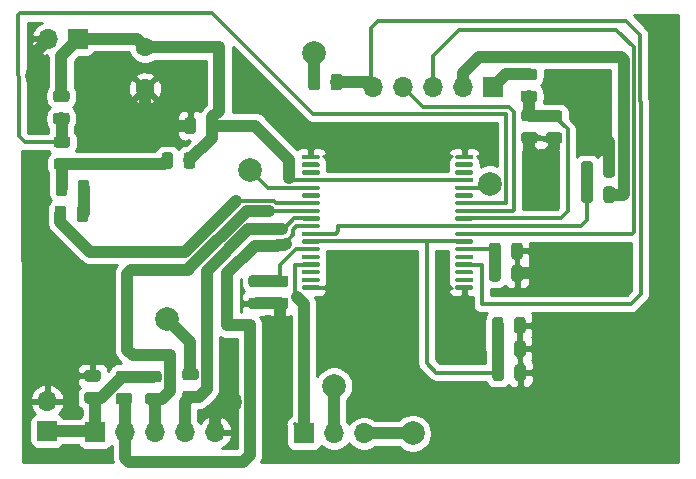
<source format=gbr>
%TF.GenerationSoftware,KiCad,Pcbnew,5.1.10-88a1d61d58~90~ubuntu20.04.1*%
%TF.CreationDate,2021-10-15T11:56:20+01:00*%
%TF.ProjectId,L6235-breakout,4c363233-352d-4627-9265-616b6f75742e,rev?*%
%TF.SameCoordinates,Original*%
%TF.FileFunction,Copper,L1,Top*%
%TF.FilePolarity,Positive*%
%FSLAX46Y46*%
G04 Gerber Fmt 4.6, Leading zero omitted, Abs format (unit mm)*
G04 Created by KiCad (PCBNEW 5.1.10-88a1d61d58~90~ubuntu20.04.1) date 2021-10-15 11:56:20*
%MOMM*%
%LPD*%
G01*
G04 APERTURE LIST*
%TA.AperFunction,ComponentPad*%
%ADD10C,1.600000*%
%TD*%
%TA.AperFunction,ComponentPad*%
%ADD11R,1.700000X1.700000*%
%TD*%
%TA.AperFunction,ComponentPad*%
%ADD12O,1.700000X1.700000*%
%TD*%
%TA.AperFunction,ViaPad*%
%ADD13C,2.000000*%
%TD*%
%TA.AperFunction,Conductor*%
%ADD14C,0.300000*%
%TD*%
%TA.AperFunction,Conductor*%
%ADD15C,1.000000*%
%TD*%
%TA.AperFunction,Conductor*%
%ADD16C,0.254000*%
%TD*%
%TA.AperFunction,Conductor*%
%ADD17C,0.100000*%
%TD*%
G04 APERTURE END LIST*
%TO.P,C1,2*%
%TO.N,GND*%
%TA.AperFunction,SMDPad,CuDef*%
G36*
G01*
X49880700Y-172947650D02*
X49880700Y-172035150D01*
G75*
G02*
X50124450Y-171791400I243750J0D01*
G01*
X50611950Y-171791400D01*
G75*
G02*
X50855700Y-172035150I0J-243750D01*
G01*
X50855700Y-172947650D01*
G75*
G02*
X50611950Y-173191400I-243750J0D01*
G01*
X50124450Y-173191400D01*
G75*
G02*
X49880700Y-172947650I0J243750D01*
G01*
G37*
%TD.AperFunction*%
%TO.P,C1,1*%
%TO.N,ENABLE*%
%TA.AperFunction,SMDPad,CuDef*%
G36*
G01*
X48005700Y-172947650D02*
X48005700Y-172035150D01*
G75*
G02*
X48249450Y-171791400I243750J0D01*
G01*
X48736950Y-171791400D01*
G75*
G02*
X48980700Y-172035150I0J-243750D01*
G01*
X48980700Y-172947650D01*
G75*
G02*
X48736950Y-173191400I-243750J0D01*
G01*
X48249450Y-173191400D01*
G75*
G02*
X48005700Y-172947650I0J243750D01*
G01*
G37*
%TD.AperFunction*%
%TD*%
%TO.P,C2,2*%
%TO.N,GND*%
%TA.AperFunction,SMDPad,CuDef*%
G36*
G01*
X15397300Y-168339450D02*
X15397300Y-169251950D01*
G75*
G02*
X15153550Y-169495700I-243750J0D01*
G01*
X14666050Y-169495700D01*
G75*
G02*
X14422300Y-169251950I0J243750D01*
G01*
X14422300Y-168339450D01*
G75*
G02*
X14666050Y-168095700I243750J0D01*
G01*
X15153550Y-168095700D01*
G75*
G02*
X15397300Y-168339450I0J-243750D01*
G01*
G37*
%TD.AperFunction*%
%TO.P,C2,1*%
%TO.N,VSS*%
%TA.AperFunction,SMDPad,CuDef*%
G36*
G01*
X17272300Y-168339450D02*
X17272300Y-169251950D01*
G75*
G02*
X17028550Y-169495700I-243750J0D01*
G01*
X16541050Y-169495700D01*
G75*
G02*
X16297300Y-169251950I0J243750D01*
G01*
X16297300Y-168339450D01*
G75*
G02*
X16541050Y-168095700I243750J0D01*
G01*
X17028550Y-168095700D01*
G75*
G02*
X17272300Y-168339450I0J-243750D01*
G01*
G37*
%TD.AperFunction*%
%TD*%
D10*
%TO.P,C3,1*%
%TO.N,VSS*%
X11074400Y-162140900D03*
%TO.P,C3,2*%
%TO.N,GND*%
X11074400Y-165640900D03*
%TD*%
%TO.P,C4,1*%
%TO.N,+5V*%
%TA.AperFunction,SMDPad,CuDef*%
G36*
G01*
X7085650Y-192333700D02*
X6173150Y-192333700D01*
G75*
G02*
X5929400Y-192089950I0J243750D01*
G01*
X5929400Y-191602450D01*
G75*
G02*
X6173150Y-191358700I243750J0D01*
G01*
X7085650Y-191358700D01*
G75*
G02*
X7329400Y-191602450I0J-243750D01*
G01*
X7329400Y-192089950D01*
G75*
G02*
X7085650Y-192333700I-243750J0D01*
G01*
G37*
%TD.AperFunction*%
%TO.P,C4,2*%
%TO.N,GND*%
%TA.AperFunction,SMDPad,CuDef*%
G36*
G01*
X7085650Y-190458700D02*
X6173150Y-190458700D01*
G75*
G02*
X5929400Y-190214950I0J243750D01*
G01*
X5929400Y-189727450D01*
G75*
G02*
X6173150Y-189483700I243750J0D01*
G01*
X7085650Y-189483700D01*
G75*
G02*
X7329400Y-189727450I0J-243750D01*
G01*
X7329400Y-190214950D01*
G75*
G02*
X7085650Y-190458700I-243750J0D01*
G01*
G37*
%TD.AperFunction*%
%TD*%
%TO.P,C5,1*%
%TO.N,VREF*%
%TA.AperFunction,SMDPad,CuDef*%
G36*
G01*
X43168250Y-167444600D02*
X44080750Y-167444600D01*
G75*
G02*
X44324500Y-167688350I0J-243750D01*
G01*
X44324500Y-168175850D01*
G75*
G02*
X44080750Y-168419600I-243750J0D01*
G01*
X43168250Y-168419600D01*
G75*
G02*
X42924500Y-168175850I0J243750D01*
G01*
X42924500Y-167688350D01*
G75*
G02*
X43168250Y-167444600I243750J0D01*
G01*
G37*
%TD.AperFunction*%
%TO.P,C5,2*%
%TO.N,GND*%
%TA.AperFunction,SMDPad,CuDef*%
G36*
G01*
X43168250Y-169319600D02*
X44080750Y-169319600D01*
G75*
G02*
X44324500Y-169563350I0J-243750D01*
G01*
X44324500Y-170050850D01*
G75*
G02*
X44080750Y-170294600I-243750J0D01*
G01*
X43168250Y-170294600D01*
G75*
G02*
X42924500Y-170050850I0J243750D01*
G01*
X42924500Y-169563350D01*
G75*
G02*
X43168250Y-169319600I243750J0D01*
G01*
G37*
%TD.AperFunction*%
%TD*%
%TO.P,C6,1*%
%TO.N,Net-(C6-Pad1)*%
%TA.AperFunction,SMDPad,CuDef*%
G36*
G01*
X20069250Y-181467700D02*
X20981750Y-181467700D01*
G75*
G02*
X21225500Y-181711450I0J-243750D01*
G01*
X21225500Y-182198950D01*
G75*
G02*
X20981750Y-182442700I-243750J0D01*
G01*
X20069250Y-182442700D01*
G75*
G02*
X19825500Y-182198950I0J243750D01*
G01*
X19825500Y-181711450D01*
G75*
G02*
X20069250Y-181467700I243750J0D01*
G01*
G37*
%TD.AperFunction*%
%TO.P,C6,2*%
%TO.N,GND*%
%TA.AperFunction,SMDPad,CuDef*%
G36*
G01*
X20069250Y-183342700D02*
X20981750Y-183342700D01*
G75*
G02*
X21225500Y-183586450I0J-243750D01*
G01*
X21225500Y-184073950D01*
G75*
G02*
X20981750Y-184317700I-243750J0D01*
G01*
X20069250Y-184317700D01*
G75*
G02*
X19825500Y-184073950I0J243750D01*
G01*
X19825500Y-183586450D01*
G75*
G02*
X20069250Y-183342700I243750J0D01*
G01*
G37*
%TD.AperFunction*%
%TD*%
%TO.P,C7,2*%
%TO.N,Net-(C7-Pad2)*%
%TA.AperFunction,SMDPad,CuDef*%
G36*
G01*
X3531550Y-167698600D02*
X4444050Y-167698600D01*
G75*
G02*
X4687800Y-167942350I0J-243750D01*
G01*
X4687800Y-168429850D01*
G75*
G02*
X4444050Y-168673600I-243750J0D01*
G01*
X3531550Y-168673600D01*
G75*
G02*
X3287800Y-168429850I0J243750D01*
G01*
X3287800Y-167942350D01*
G75*
G02*
X3531550Y-167698600I243750J0D01*
G01*
G37*
%TD.AperFunction*%
%TO.P,C7,1*%
%TO.N,VSS*%
%TA.AperFunction,SMDPad,CuDef*%
G36*
G01*
X3531550Y-165823600D02*
X4444050Y-165823600D01*
G75*
G02*
X4687800Y-166067350I0J-243750D01*
G01*
X4687800Y-166554850D01*
G75*
G02*
X4444050Y-166798600I-243750J0D01*
G01*
X3531550Y-166798600D01*
G75*
G02*
X3287800Y-166554850I0J243750D01*
G01*
X3287800Y-166067350D01*
G75*
G02*
X3531550Y-165823600I243750J0D01*
G01*
G37*
%TD.AperFunction*%
%TD*%
%TO.P,C8,1*%
%TO.N,Net-(C8-Pad1)*%
%TA.AperFunction,SMDPad,CuDef*%
G36*
G01*
X3424100Y-176719550D02*
X3424100Y-175807050D01*
G75*
G02*
X3667850Y-175563300I243750J0D01*
G01*
X4155350Y-175563300D01*
G75*
G02*
X4399100Y-175807050I0J-243750D01*
G01*
X4399100Y-176719550D01*
G75*
G02*
X4155350Y-176963300I-243750J0D01*
G01*
X3667850Y-176963300D01*
G75*
G02*
X3424100Y-176719550I0J243750D01*
G01*
G37*
%TD.AperFunction*%
%TO.P,C8,2*%
%TO.N,Net-(C8-Pad2)*%
%TA.AperFunction,SMDPad,CuDef*%
G36*
G01*
X5299100Y-176719550D02*
X5299100Y-175807050D01*
G75*
G02*
X5542850Y-175563300I243750J0D01*
G01*
X6030350Y-175563300D01*
G75*
G02*
X6274100Y-175807050I0J-243750D01*
G01*
X6274100Y-176719550D01*
G75*
G02*
X6030350Y-176963300I-243750J0D01*
G01*
X5542850Y-176963300D01*
G75*
G02*
X5299100Y-176719550I0J243750D01*
G01*
G37*
%TD.AperFunction*%
%TD*%
%TO.P,C10,2*%
%TO.N,GND*%
%TA.AperFunction,SMDPad,CuDef*%
G36*
G01*
X42078300Y-179856450D02*
X42078300Y-178943950D01*
G75*
G02*
X42322050Y-178700200I243750J0D01*
G01*
X42809550Y-178700200D01*
G75*
G02*
X43053300Y-178943950I0J-243750D01*
G01*
X43053300Y-179856450D01*
G75*
G02*
X42809550Y-180100200I-243750J0D01*
G01*
X42322050Y-180100200D01*
G75*
G02*
X42078300Y-179856450I0J243750D01*
G01*
G37*
%TD.AperFunction*%
%TO.P,C10,1*%
%TO.N,Net-(C10-Pad1)*%
%TA.AperFunction,SMDPad,CuDef*%
G36*
G01*
X40203300Y-179856450D02*
X40203300Y-178943950D01*
G75*
G02*
X40447050Y-178700200I243750J0D01*
G01*
X40934550Y-178700200D01*
G75*
G02*
X41178300Y-178943950I0J-243750D01*
G01*
X41178300Y-179856450D01*
G75*
G02*
X40934550Y-180100200I-243750J0D01*
G01*
X40447050Y-180100200D01*
G75*
G02*
X40203300Y-179856450I0J243750D01*
G01*
G37*
%TD.AperFunction*%
%TD*%
%TO.P,D1,2*%
%TO.N,VSS*%
%TA.AperFunction,SMDPad,CuDef*%
G36*
G01*
X14354200Y-172198350D02*
X14354200Y-171285850D01*
G75*
G02*
X14597950Y-171042100I243750J0D01*
G01*
X15085450Y-171042100D01*
G75*
G02*
X15329200Y-171285850I0J-243750D01*
G01*
X15329200Y-172198350D01*
G75*
G02*
X15085450Y-172442100I-243750J0D01*
G01*
X14597950Y-172442100D01*
G75*
G02*
X14354200Y-172198350I0J243750D01*
G01*
G37*
%TD.AperFunction*%
%TO.P,D1,1*%
%TO.N,Net-(D1-Pad1)*%
%TA.AperFunction,SMDPad,CuDef*%
G36*
G01*
X12479200Y-172198350D02*
X12479200Y-171285850D01*
G75*
G02*
X12722950Y-171042100I243750J0D01*
G01*
X13210450Y-171042100D01*
G75*
G02*
X13454200Y-171285850I0J-243750D01*
G01*
X13454200Y-172198350D01*
G75*
G02*
X13210450Y-172442100I-243750J0D01*
G01*
X12722950Y-172442100D01*
G75*
G02*
X12479200Y-172198350I0J243750D01*
G01*
G37*
%TD.AperFunction*%
%TD*%
%TO.P,D2,1*%
%TO.N,Net-(C7-Pad2)*%
%TA.AperFunction,SMDPad,CuDef*%
G36*
G01*
X3582350Y-169684400D02*
X4494850Y-169684400D01*
G75*
G02*
X4738600Y-169928150I0J-243750D01*
G01*
X4738600Y-170415650D01*
G75*
G02*
X4494850Y-170659400I-243750J0D01*
G01*
X3582350Y-170659400D01*
G75*
G02*
X3338600Y-170415650I0J243750D01*
G01*
X3338600Y-169928150D01*
G75*
G02*
X3582350Y-169684400I243750J0D01*
G01*
G37*
%TD.AperFunction*%
%TO.P,D2,2*%
%TO.N,Net-(D1-Pad1)*%
%TA.AperFunction,SMDPad,CuDef*%
G36*
G01*
X3582350Y-171559400D02*
X4494850Y-171559400D01*
G75*
G02*
X4738600Y-171803150I0J-243750D01*
G01*
X4738600Y-172290650D01*
G75*
G02*
X4494850Y-172534400I-243750J0D01*
G01*
X3582350Y-172534400D01*
G75*
G02*
X3338600Y-172290650I0J243750D01*
G01*
X3338600Y-171803150D01*
G75*
G02*
X3582350Y-171559400I243750J0D01*
G01*
G37*
%TD.AperFunction*%
%TD*%
D11*
%TO.P,J1,1*%
%TO.N,Net-(J1-Pad1)*%
X40525700Y-165531800D03*
D12*
%TO.P,J1,2*%
%TO.N,Net-(J1-Pad2)*%
X37985700Y-165531800D03*
%TO.P,J1,3*%
%TO.N,F-R*%
X35445700Y-165531800D03*
%TO.P,J1,4*%
%TO.N,BRAKE*%
X32905700Y-165531800D03*
%TO.P,J1,5*%
%TO.N,TACHO*%
X30365700Y-165531800D03*
%TD*%
%TO.P,J2,5*%
%TO.N,GND*%
X17005300Y-194741800D03*
%TO.P,J2,4*%
%TO.N,HALL3*%
X14465300Y-194741800D03*
%TO.P,J2,3*%
%TO.N,HALL2*%
X11925300Y-194741800D03*
%TO.P,J2,2*%
%TO.N,HALL1*%
X9385300Y-194741800D03*
D11*
%TO.P,J2,1*%
%TO.N,+5V*%
X6845300Y-194741800D03*
%TD*%
%TO.P,J3,1*%
%TO.N,PHASE1*%
X24536400Y-194856100D03*
D12*
%TO.P,J3,2*%
%TO.N,PHASE2*%
X27076400Y-194856100D03*
%TO.P,J3,3*%
%TO.N,PHASE3*%
X29616400Y-194856100D03*
%TD*%
D11*
%TO.P,J4,1*%
%TO.N,+5V*%
X2781300Y-194652900D03*
D12*
%TO.P,J4,2*%
%TO.N,GND*%
X2781300Y-192112900D03*
%TD*%
%TO.P,J5,2*%
%TO.N,GND*%
X2870200Y-161455100D03*
D11*
%TO.P,J5,1*%
%TO.N,VSS*%
X5410200Y-161455100D03*
%TD*%
%TO.P,R1,2*%
%TO.N,Net-(J1-Pad2)*%
%TA.AperFunction,SMDPad,CuDef*%
G36*
G01*
X49880700Y-175093950D02*
X49880700Y-174181450D01*
G75*
G02*
X50124450Y-173937700I243750J0D01*
G01*
X50611950Y-173937700D01*
G75*
G02*
X50855700Y-174181450I0J-243750D01*
G01*
X50855700Y-175093950D01*
G75*
G02*
X50611950Y-175337700I-243750J0D01*
G01*
X50124450Y-175337700D01*
G75*
G02*
X49880700Y-175093950I0J243750D01*
G01*
G37*
%TD.AperFunction*%
%TO.P,R1,1*%
%TO.N,ENABLE*%
%TA.AperFunction,SMDPad,CuDef*%
G36*
G01*
X48005700Y-175093950D02*
X48005700Y-174181450D01*
G75*
G02*
X48249450Y-173937700I243750J0D01*
G01*
X48736950Y-173937700D01*
G75*
G02*
X48980700Y-174181450I0J-243750D01*
G01*
X48980700Y-175093950D01*
G75*
G02*
X48736950Y-175337700I-243750J0D01*
G01*
X48249450Y-175337700D01*
G75*
G02*
X48005700Y-175093950I0J243750D01*
G01*
G37*
%TD.AperFunction*%
%TD*%
%TO.P,R2,2*%
%TO.N,Net-(J1-Pad1)*%
%TA.AperFunction,SMDPad,CuDef*%
G36*
G01*
X44029950Y-164929400D02*
X43117450Y-164929400D01*
G75*
G02*
X42873700Y-164685650I0J243750D01*
G01*
X42873700Y-164198150D01*
G75*
G02*
X43117450Y-163954400I243750J0D01*
G01*
X44029950Y-163954400D01*
G75*
G02*
X44273700Y-164198150I0J-243750D01*
G01*
X44273700Y-164685650D01*
G75*
G02*
X44029950Y-164929400I-243750J0D01*
G01*
G37*
%TD.AperFunction*%
%TO.P,R2,1*%
%TO.N,VREF*%
%TA.AperFunction,SMDPad,CuDef*%
G36*
G01*
X44029950Y-166804400D02*
X43117450Y-166804400D01*
G75*
G02*
X42873700Y-166560650I0J243750D01*
G01*
X42873700Y-166073150D01*
G75*
G02*
X43117450Y-165829400I243750J0D01*
G01*
X44029950Y-165829400D01*
G75*
G02*
X44273700Y-166073150I0J-243750D01*
G01*
X44273700Y-166560650D01*
G75*
G02*
X44029950Y-166804400I-243750J0D01*
G01*
G37*
%TD.AperFunction*%
%TD*%
%TO.P,R3,2*%
%TO.N,VREF*%
%TA.AperFunction,SMDPad,CuDef*%
G36*
G01*
X46163550Y-168460000D02*
X45251050Y-168460000D01*
G75*
G02*
X45007300Y-168216250I0J243750D01*
G01*
X45007300Y-167728750D01*
G75*
G02*
X45251050Y-167485000I243750J0D01*
G01*
X46163550Y-167485000D01*
G75*
G02*
X46407300Y-167728750I0J-243750D01*
G01*
X46407300Y-168216250D01*
G75*
G02*
X46163550Y-168460000I-243750J0D01*
G01*
G37*
%TD.AperFunction*%
%TO.P,R3,1*%
%TO.N,GND*%
%TA.AperFunction,SMDPad,CuDef*%
G36*
G01*
X46163550Y-170335000D02*
X45251050Y-170335000D01*
G75*
G02*
X45007300Y-170091250I0J243750D01*
G01*
X45007300Y-169603750D01*
G75*
G02*
X45251050Y-169360000I243750J0D01*
G01*
X46163550Y-169360000D01*
G75*
G02*
X46407300Y-169603750I0J-243750D01*
G01*
X46407300Y-170091250D01*
G75*
G02*
X46163550Y-170335000I-243750J0D01*
G01*
G37*
%TD.AperFunction*%
%TD*%
%TO.P,R4,1*%
%TO.N,Net-(C6-Pad1)*%
%TA.AperFunction,SMDPad,CuDef*%
G36*
G01*
X22060850Y-181480400D02*
X22973350Y-181480400D01*
G75*
G02*
X23217100Y-181724150I0J-243750D01*
G01*
X23217100Y-182211650D01*
G75*
G02*
X22973350Y-182455400I-243750J0D01*
G01*
X22060850Y-182455400D01*
G75*
G02*
X21817100Y-182211650I0J243750D01*
G01*
X21817100Y-181724150D01*
G75*
G02*
X22060850Y-181480400I243750J0D01*
G01*
G37*
%TD.AperFunction*%
%TO.P,R4,2*%
%TO.N,GND*%
%TA.AperFunction,SMDPad,CuDef*%
G36*
G01*
X22060850Y-183355400D02*
X22973350Y-183355400D01*
G75*
G02*
X23217100Y-183599150I0J-243750D01*
G01*
X23217100Y-184086650D01*
G75*
G02*
X22973350Y-184330400I-243750J0D01*
G01*
X22060850Y-184330400D01*
G75*
G02*
X21817100Y-184086650I0J243750D01*
G01*
X21817100Y-183599150D01*
G75*
G02*
X22060850Y-183355400I243750J0D01*
G01*
G37*
%TD.AperFunction*%
%TD*%
%TO.P,R5,1*%
%TO.N,GND*%
%TA.AperFunction,SMDPad,CuDef*%
G36*
G01*
X43296900Y-185243150D02*
X43296900Y-186155650D01*
G75*
G02*
X43053150Y-186399400I-243750J0D01*
G01*
X42565650Y-186399400D01*
G75*
G02*
X42321900Y-186155650I0J243750D01*
G01*
X42321900Y-185243150D01*
G75*
G02*
X42565650Y-184999400I243750J0D01*
G01*
X43053150Y-184999400D01*
G75*
G02*
X43296900Y-185243150I0J-243750D01*
G01*
G37*
%TD.AperFunction*%
%TO.P,R5,2*%
%TO.N,Net-(R13-Pad2)*%
%TA.AperFunction,SMDPad,CuDef*%
G36*
G01*
X41421900Y-185243150D02*
X41421900Y-186155650D01*
G75*
G02*
X41178150Y-186399400I-243750J0D01*
G01*
X40690650Y-186399400D01*
G75*
G02*
X40446900Y-186155650I0J243750D01*
G01*
X40446900Y-185243150D01*
G75*
G02*
X40690650Y-184999400I243750J0D01*
G01*
X41178150Y-184999400D01*
G75*
G02*
X41421900Y-185243150I0J-243750D01*
G01*
G37*
%TD.AperFunction*%
%TD*%
%TO.P,R6,1*%
%TO.N,Net-(C8-Pad2)*%
%TA.AperFunction,SMDPad,CuDef*%
G36*
G01*
X6367600Y-173609950D02*
X6367600Y-174522450D01*
G75*
G02*
X6123850Y-174766200I-243750J0D01*
G01*
X5636350Y-174766200D01*
G75*
G02*
X5392600Y-174522450I0J243750D01*
G01*
X5392600Y-173609950D01*
G75*
G02*
X5636350Y-173366200I243750J0D01*
G01*
X6123850Y-173366200D01*
G75*
G02*
X6367600Y-173609950I0J-243750D01*
G01*
G37*
%TD.AperFunction*%
%TO.P,R6,2*%
%TO.N,Net-(D1-Pad1)*%
%TA.AperFunction,SMDPad,CuDef*%
G36*
G01*
X4492600Y-173609950D02*
X4492600Y-174522450D01*
G75*
G02*
X4248850Y-174766200I-243750J0D01*
G01*
X3761350Y-174766200D01*
G75*
G02*
X3517600Y-174522450I0J243750D01*
G01*
X3517600Y-173609950D01*
G75*
G02*
X3761350Y-173366200I243750J0D01*
G01*
X4248850Y-173366200D01*
G75*
G02*
X4492600Y-173609950I0J-243750D01*
G01*
G37*
%TD.AperFunction*%
%TD*%
%TO.P,R8,2*%
%TO.N,TACHO*%
%TA.AperFunction,SMDPad,CuDef*%
G36*
G01*
X26787500Y-165556250D02*
X26787500Y-164643750D01*
G75*
G02*
X27031250Y-164400000I243750J0D01*
G01*
X27518750Y-164400000D01*
G75*
G02*
X27762500Y-164643750I0J-243750D01*
G01*
X27762500Y-165556250D01*
G75*
G02*
X27518750Y-165800000I-243750J0D01*
G01*
X27031250Y-165800000D01*
G75*
G02*
X26787500Y-165556250I0J243750D01*
G01*
G37*
%TD.AperFunction*%
%TO.P,R8,1*%
%TO.N,+5V*%
%TA.AperFunction,SMDPad,CuDef*%
G36*
G01*
X24912500Y-165556250D02*
X24912500Y-164643750D01*
G75*
G02*
X25156250Y-164400000I243750J0D01*
G01*
X25643750Y-164400000D01*
G75*
G02*
X25887500Y-164643750I0J-243750D01*
G01*
X25887500Y-165556250D01*
G75*
G02*
X25643750Y-165800000I-243750J0D01*
G01*
X25156250Y-165800000D01*
G75*
G02*
X24912500Y-165556250I0J243750D01*
G01*
G37*
%TD.AperFunction*%
%TD*%
%TO.P,R9,1*%
%TO.N,Net-(C10-Pad1)*%
%TA.AperFunction,SMDPad,CuDef*%
G36*
G01*
X40216000Y-181761450D02*
X40216000Y-180848950D01*
G75*
G02*
X40459750Y-180605200I243750J0D01*
G01*
X40947250Y-180605200D01*
G75*
G02*
X41191000Y-180848950I0J-243750D01*
G01*
X41191000Y-181761450D01*
G75*
G02*
X40947250Y-182005200I-243750J0D01*
G01*
X40459750Y-182005200D01*
G75*
G02*
X40216000Y-181761450I0J243750D01*
G01*
G37*
%TD.AperFunction*%
%TO.P,R9,2*%
%TO.N,GND*%
%TA.AperFunction,SMDPad,CuDef*%
G36*
G01*
X42091000Y-181761450D02*
X42091000Y-180848950D01*
G75*
G02*
X42334750Y-180605200I243750J0D01*
G01*
X42822250Y-180605200D01*
G75*
G02*
X43066000Y-180848950I0J-243750D01*
G01*
X43066000Y-181761450D01*
G75*
G02*
X42822250Y-182005200I-243750J0D01*
G01*
X42334750Y-182005200D01*
G75*
G02*
X42091000Y-181761450I0J243750D01*
G01*
G37*
%TD.AperFunction*%
%TD*%
%TO.P,R10,1*%
%TO.N,+5V*%
%TA.AperFunction,SMDPad,CuDef*%
G36*
G01*
X8827450Y-189547200D02*
X9739950Y-189547200D01*
G75*
G02*
X9983700Y-189790950I0J-243750D01*
G01*
X9983700Y-190278450D01*
G75*
G02*
X9739950Y-190522200I-243750J0D01*
G01*
X8827450Y-190522200D01*
G75*
G02*
X8583700Y-190278450I0J243750D01*
G01*
X8583700Y-189790950D01*
G75*
G02*
X8827450Y-189547200I243750J0D01*
G01*
G37*
%TD.AperFunction*%
%TO.P,R10,2*%
%TO.N,HALL1*%
%TA.AperFunction,SMDPad,CuDef*%
G36*
G01*
X8827450Y-191422200D02*
X9739950Y-191422200D01*
G75*
G02*
X9983700Y-191665950I0J-243750D01*
G01*
X9983700Y-192153450D01*
G75*
G02*
X9739950Y-192397200I-243750J0D01*
G01*
X8827450Y-192397200D01*
G75*
G02*
X8583700Y-192153450I0J243750D01*
G01*
X8583700Y-191665950D01*
G75*
G02*
X8827450Y-191422200I243750J0D01*
G01*
G37*
%TD.AperFunction*%
%TD*%
%TO.P,R11,2*%
%TO.N,HALL2*%
%TA.AperFunction,SMDPad,CuDef*%
G36*
G01*
X11316650Y-191434900D02*
X12229150Y-191434900D01*
G75*
G02*
X12472900Y-191678650I0J-243750D01*
G01*
X12472900Y-192166150D01*
G75*
G02*
X12229150Y-192409900I-243750J0D01*
G01*
X11316650Y-192409900D01*
G75*
G02*
X11072900Y-192166150I0J243750D01*
G01*
X11072900Y-191678650D01*
G75*
G02*
X11316650Y-191434900I243750J0D01*
G01*
G37*
%TD.AperFunction*%
%TO.P,R11,1*%
%TO.N,+5V*%
%TA.AperFunction,SMDPad,CuDef*%
G36*
G01*
X11316650Y-189559900D02*
X12229150Y-189559900D01*
G75*
G02*
X12472900Y-189803650I0J-243750D01*
G01*
X12472900Y-190291150D01*
G75*
G02*
X12229150Y-190534900I-243750J0D01*
G01*
X11316650Y-190534900D01*
G75*
G02*
X11072900Y-190291150I0J243750D01*
G01*
X11072900Y-189803650D01*
G75*
G02*
X11316650Y-189559900I243750J0D01*
G01*
G37*
%TD.AperFunction*%
%TD*%
%TO.P,R12,1*%
%TO.N,+5V*%
%TA.AperFunction,SMDPad,CuDef*%
G36*
G01*
X14466250Y-189364800D02*
X15378750Y-189364800D01*
G75*
G02*
X15622500Y-189608550I0J-243750D01*
G01*
X15622500Y-190096050D01*
G75*
G02*
X15378750Y-190339800I-243750J0D01*
G01*
X14466250Y-190339800D01*
G75*
G02*
X14222500Y-190096050I0J243750D01*
G01*
X14222500Y-189608550D01*
G75*
G02*
X14466250Y-189364800I243750J0D01*
G01*
G37*
%TD.AperFunction*%
%TO.P,R12,2*%
%TO.N,HALL3*%
%TA.AperFunction,SMDPad,CuDef*%
G36*
G01*
X14466250Y-191239800D02*
X15378750Y-191239800D01*
G75*
G02*
X15622500Y-191483550I0J-243750D01*
G01*
X15622500Y-191971050D01*
G75*
G02*
X15378750Y-192214800I-243750J0D01*
G01*
X14466250Y-192214800D01*
G75*
G02*
X14222500Y-191971050I0J243750D01*
G01*
X14222500Y-191483550D01*
G75*
G02*
X14466250Y-191239800I243750J0D01*
G01*
G37*
%TD.AperFunction*%
%TD*%
%TO.P,U1,1*%
%TO.N,GND*%
%TA.AperFunction,SMDPad,CuDef*%
G36*
G01*
X24350000Y-171545000D02*
X24350000Y-171355000D01*
G75*
G02*
X24445000Y-171260000I95000J0D01*
G01*
X25755000Y-171260000D01*
G75*
G02*
X25850000Y-171355000I0J-95000D01*
G01*
X25850000Y-171545000D01*
G75*
G02*
X25755000Y-171640000I-95000J0D01*
G01*
X24445000Y-171640000D01*
G75*
G02*
X24350000Y-171545000I0J95000D01*
G01*
G37*
%TD.AperFunction*%
%TO.P,U1,2*%
%TO.N,Net-(U1-Pad2)*%
%TA.AperFunction,SMDPad,CuDef*%
G36*
G01*
X24350000Y-172195000D02*
X24350000Y-172005000D01*
G75*
G02*
X24445000Y-171910000I95000J0D01*
G01*
X25755000Y-171910000D01*
G75*
G02*
X25850000Y-172005000I0J-95000D01*
G01*
X25850000Y-172195000D01*
G75*
G02*
X25755000Y-172290000I-95000J0D01*
G01*
X24445000Y-172290000D01*
G75*
G02*
X24350000Y-172195000I0J95000D01*
G01*
G37*
%TD.AperFunction*%
%TO.P,U1,3*%
%TO.N,Net-(U1-Pad3)*%
%TA.AperFunction,SMDPad,CuDef*%
G36*
G01*
X24350000Y-172845000D02*
X24350000Y-172655000D01*
G75*
G02*
X24445000Y-172560000I95000J0D01*
G01*
X25755000Y-172560000D01*
G75*
G02*
X25850000Y-172655000I0J-95000D01*
G01*
X25850000Y-172845000D01*
G75*
G02*
X25755000Y-172940000I-95000J0D01*
G01*
X24445000Y-172940000D01*
G75*
G02*
X24350000Y-172845000I0J95000D01*
G01*
G37*
%TD.AperFunction*%
%TO.P,U1,4*%
%TO.N,VSS*%
%TA.AperFunction,SMDPad,CuDef*%
G36*
G01*
X24350000Y-173495000D02*
X24350000Y-173305000D01*
G75*
G02*
X24445000Y-173210000I95000J0D01*
G01*
X25755000Y-173210000D01*
G75*
G02*
X25850000Y-173305000I0J-95000D01*
G01*
X25850000Y-173495000D01*
G75*
G02*
X25755000Y-173590000I-95000J0D01*
G01*
X24445000Y-173590000D01*
G75*
G02*
X24350000Y-173495000I0J95000D01*
G01*
G37*
%TD.AperFunction*%
%TO.P,U1,5*%
%TO.N,PHASE2*%
%TA.AperFunction,SMDPad,CuDef*%
G36*
G01*
X24350000Y-174145000D02*
X24350000Y-173955000D01*
G75*
G02*
X24445000Y-173860000I95000J0D01*
G01*
X25755000Y-173860000D01*
G75*
G02*
X25850000Y-173955000I0J-95000D01*
G01*
X25850000Y-174145000D01*
G75*
G02*
X25755000Y-174240000I-95000J0D01*
G01*
X24445000Y-174240000D01*
G75*
G02*
X24350000Y-174145000I0J95000D01*
G01*
G37*
%TD.AperFunction*%
%TO.P,U1,6*%
%TO.N,Net-(U1-Pad6)*%
%TA.AperFunction,SMDPad,CuDef*%
G36*
G01*
X24350000Y-174795000D02*
X24350000Y-174605000D01*
G75*
G02*
X24445000Y-174510000I95000J0D01*
G01*
X25755000Y-174510000D01*
G75*
G02*
X25850000Y-174605000I0J-95000D01*
G01*
X25850000Y-174795000D01*
G75*
G02*
X25755000Y-174890000I-95000J0D01*
G01*
X24445000Y-174890000D01*
G75*
G02*
X24350000Y-174795000I0J95000D01*
G01*
G37*
%TD.AperFunction*%
%TO.P,U1,7*%
%TO.N,Net-(C8-Pad1)*%
%TA.AperFunction,SMDPad,CuDef*%
G36*
G01*
X24350000Y-175445000D02*
X24350000Y-175255000D01*
G75*
G02*
X24445000Y-175160000I95000J0D01*
G01*
X25755000Y-175160000D01*
G75*
G02*
X25850000Y-175255000I0J-95000D01*
G01*
X25850000Y-175445000D01*
G75*
G02*
X25755000Y-175540000I-95000J0D01*
G01*
X24445000Y-175540000D01*
G75*
G02*
X24350000Y-175445000I0J95000D01*
G01*
G37*
%TD.AperFunction*%
%TO.P,U1,8*%
%TO.N,HALL2*%
%TA.AperFunction,SMDPad,CuDef*%
G36*
G01*
X24350000Y-176095000D02*
X24350000Y-175905000D01*
G75*
G02*
X24445000Y-175810000I95000J0D01*
G01*
X25755000Y-175810000D01*
G75*
G02*
X25850000Y-175905000I0J-95000D01*
G01*
X25850000Y-176095000D01*
G75*
G02*
X25755000Y-176190000I-95000J0D01*
G01*
X24445000Y-176190000D01*
G75*
G02*
X24350000Y-176095000I0J95000D01*
G01*
G37*
%TD.AperFunction*%
%TO.P,U1,9*%
%TO.N,HALL3*%
%TA.AperFunction,SMDPad,CuDef*%
G36*
G01*
X24350000Y-176745000D02*
X24350000Y-176555000D01*
G75*
G02*
X24445000Y-176460000I95000J0D01*
G01*
X25755000Y-176460000D01*
G75*
G02*
X25850000Y-176555000I0J-95000D01*
G01*
X25850000Y-176745000D01*
G75*
G02*
X25755000Y-176840000I-95000J0D01*
G01*
X24445000Y-176840000D01*
G75*
G02*
X24350000Y-176745000I0J95000D01*
G01*
G37*
%TD.AperFunction*%
%TO.P,U1,10*%
%TO.N,HALL1*%
%TA.AperFunction,SMDPad,CuDef*%
G36*
G01*
X24350000Y-177395000D02*
X24350000Y-177205000D01*
G75*
G02*
X24445000Y-177110000I95000J0D01*
G01*
X25755000Y-177110000D01*
G75*
G02*
X25850000Y-177205000I0J-95000D01*
G01*
X25850000Y-177395000D01*
G75*
G02*
X25755000Y-177490000I-95000J0D01*
G01*
X24445000Y-177490000D01*
G75*
G02*
X24350000Y-177395000I0J95000D01*
G01*
G37*
%TD.AperFunction*%
%TO.P,U1,11*%
%TO.N,ENABLE*%
%TA.AperFunction,SMDPad,CuDef*%
G36*
G01*
X24350000Y-178045000D02*
X24350000Y-177855000D01*
G75*
G02*
X24445000Y-177760000I95000J0D01*
G01*
X25755000Y-177760000D01*
G75*
G02*
X25850000Y-177855000I0J-95000D01*
G01*
X25850000Y-178045000D01*
G75*
G02*
X25755000Y-178140000I-95000J0D01*
G01*
X24445000Y-178140000D01*
G75*
G02*
X24350000Y-178045000I0J95000D01*
G01*
G37*
%TD.AperFunction*%
%TO.P,U1,12*%
%TO.N,Net-(R13-Pad2)*%
%TA.AperFunction,SMDPad,CuDef*%
G36*
G01*
X24350000Y-178695000D02*
X24350000Y-178505000D01*
G75*
G02*
X24445000Y-178410000I95000J0D01*
G01*
X25755000Y-178410000D01*
G75*
G02*
X25850000Y-178505000I0J-95000D01*
G01*
X25850000Y-178695000D01*
G75*
G02*
X25755000Y-178790000I-95000J0D01*
G01*
X24445000Y-178790000D01*
G75*
G02*
X24350000Y-178695000I0J95000D01*
G01*
G37*
%TD.AperFunction*%
%TO.P,U1,13*%
%TO.N,Net-(C6-Pad1)*%
%TA.AperFunction,SMDPad,CuDef*%
G36*
G01*
X24350000Y-179345000D02*
X24350000Y-179155000D01*
G75*
G02*
X24445000Y-179060000I95000J0D01*
G01*
X25755000Y-179060000D01*
G75*
G02*
X25850000Y-179155000I0J-95000D01*
G01*
X25850000Y-179345000D01*
G75*
G02*
X25755000Y-179440000I-95000J0D01*
G01*
X24445000Y-179440000D01*
G75*
G02*
X24350000Y-179345000I0J95000D01*
G01*
G37*
%TD.AperFunction*%
%TO.P,U1,14*%
%TO.N,Net-(U1-Pad14)*%
%TA.AperFunction,SMDPad,CuDef*%
G36*
G01*
X24350000Y-179995000D02*
X24350000Y-179805000D01*
G75*
G02*
X24445000Y-179710000I95000J0D01*
G01*
X25755000Y-179710000D01*
G75*
G02*
X25850000Y-179805000I0J-95000D01*
G01*
X25850000Y-179995000D01*
G75*
G02*
X25755000Y-180090000I-95000J0D01*
G01*
X24445000Y-180090000D01*
G75*
G02*
X24350000Y-179995000I0J95000D01*
G01*
G37*
%TD.AperFunction*%
%TO.P,U1,15*%
%TO.N,PHASE1*%
%TA.AperFunction,SMDPad,CuDef*%
G36*
G01*
X24350000Y-180645000D02*
X24350000Y-180455000D01*
G75*
G02*
X24445000Y-180360000I95000J0D01*
G01*
X25755000Y-180360000D01*
G75*
G02*
X25850000Y-180455000I0J-95000D01*
G01*
X25850000Y-180645000D01*
G75*
G02*
X25755000Y-180740000I-95000J0D01*
G01*
X24445000Y-180740000D01*
G75*
G02*
X24350000Y-180645000I0J95000D01*
G01*
G37*
%TD.AperFunction*%
%TO.P,U1,16*%
%TO.N,Net-(U1-Pad16)*%
%TA.AperFunction,SMDPad,CuDef*%
G36*
G01*
X24350000Y-181295000D02*
X24350000Y-181105000D01*
G75*
G02*
X24445000Y-181010000I95000J0D01*
G01*
X25755000Y-181010000D01*
G75*
G02*
X25850000Y-181105000I0J-95000D01*
G01*
X25850000Y-181295000D01*
G75*
G02*
X25755000Y-181390000I-95000J0D01*
G01*
X24445000Y-181390000D01*
G75*
G02*
X24350000Y-181295000I0J95000D01*
G01*
G37*
%TD.AperFunction*%
%TO.P,U1,17*%
%TO.N,Net-(U1-Pad17)*%
%TA.AperFunction,SMDPad,CuDef*%
G36*
G01*
X24350000Y-181945000D02*
X24350000Y-181755000D01*
G75*
G02*
X24445000Y-181660000I95000J0D01*
G01*
X25755000Y-181660000D01*
G75*
G02*
X25850000Y-181755000I0J-95000D01*
G01*
X25850000Y-181945000D01*
G75*
G02*
X25755000Y-182040000I-95000J0D01*
G01*
X24445000Y-182040000D01*
G75*
G02*
X24350000Y-181945000I0J95000D01*
G01*
G37*
%TD.AperFunction*%
%TO.P,U1,18*%
%TO.N,GND*%
%TA.AperFunction,SMDPad,CuDef*%
G36*
G01*
X24350000Y-182595000D02*
X24350000Y-182405000D01*
G75*
G02*
X24445000Y-182310000I95000J0D01*
G01*
X25755000Y-182310000D01*
G75*
G02*
X25850000Y-182405000I0J-95000D01*
G01*
X25850000Y-182595000D01*
G75*
G02*
X25755000Y-182690000I-95000J0D01*
G01*
X24445000Y-182690000D01*
G75*
G02*
X24350000Y-182595000I0J95000D01*
G01*
G37*
%TD.AperFunction*%
%TO.P,U1,19*%
%TA.AperFunction,SMDPad,CuDef*%
G36*
G01*
X37350000Y-182595000D02*
X37350000Y-182405000D01*
G75*
G02*
X37445000Y-182310000I95000J0D01*
G01*
X38755000Y-182310000D01*
G75*
G02*
X38850000Y-182405000I0J-95000D01*
G01*
X38850000Y-182595000D01*
G75*
G02*
X38755000Y-182690000I-95000J0D01*
G01*
X37445000Y-182690000D01*
G75*
G02*
X37350000Y-182595000I0J95000D01*
G01*
G37*
%TD.AperFunction*%
%TO.P,U1,20*%
%TO.N,Net-(U1-Pad20)*%
%TA.AperFunction,SMDPad,CuDef*%
G36*
G01*
X37350000Y-181945000D02*
X37350000Y-181755000D01*
G75*
G02*
X37445000Y-181660000I95000J0D01*
G01*
X38755000Y-181660000D01*
G75*
G02*
X38850000Y-181755000I0J-95000D01*
G01*
X38850000Y-181945000D01*
G75*
G02*
X38755000Y-182040000I-95000J0D01*
G01*
X37445000Y-182040000D01*
G75*
G02*
X37350000Y-181945000I0J95000D01*
G01*
G37*
%TD.AperFunction*%
%TO.P,U1,21*%
%TO.N,Net-(U1-Pad21)*%
%TA.AperFunction,SMDPad,CuDef*%
G36*
G01*
X37350000Y-181295000D02*
X37350000Y-181105000D01*
G75*
G02*
X37445000Y-181010000I95000J0D01*
G01*
X38755000Y-181010000D01*
G75*
G02*
X38850000Y-181105000I0J-95000D01*
G01*
X38850000Y-181295000D01*
G75*
G02*
X38755000Y-181390000I-95000J0D01*
G01*
X37445000Y-181390000D01*
G75*
G02*
X37350000Y-181295000I0J95000D01*
G01*
G37*
%TD.AperFunction*%
%TO.P,U1,22*%
%TO.N,TACHO*%
%TA.AperFunction,SMDPad,CuDef*%
G36*
G01*
X37350000Y-180645000D02*
X37350000Y-180455000D01*
G75*
G02*
X37445000Y-180360000I95000J0D01*
G01*
X38755000Y-180360000D01*
G75*
G02*
X38850000Y-180455000I0J-95000D01*
G01*
X38850000Y-180645000D01*
G75*
G02*
X38755000Y-180740000I-95000J0D01*
G01*
X37445000Y-180740000D01*
G75*
G02*
X37350000Y-180645000I0J95000D01*
G01*
G37*
%TD.AperFunction*%
%TO.P,U1,23*%
%TO.N,Net-(U1-Pad23)*%
%TA.AperFunction,SMDPad,CuDef*%
G36*
G01*
X37350000Y-179995000D02*
X37350000Y-179805000D01*
G75*
G02*
X37445000Y-179710000I95000J0D01*
G01*
X38755000Y-179710000D01*
G75*
G02*
X38850000Y-179805000I0J-95000D01*
G01*
X38850000Y-179995000D01*
G75*
G02*
X38755000Y-180090000I-95000J0D01*
G01*
X37445000Y-180090000D01*
G75*
G02*
X37350000Y-179995000I0J95000D01*
G01*
G37*
%TD.AperFunction*%
%TO.P,U1,24*%
%TO.N,Net-(C10-Pad1)*%
%TA.AperFunction,SMDPad,CuDef*%
G36*
G01*
X37350000Y-179345000D02*
X37350000Y-179155000D01*
G75*
G02*
X37445000Y-179060000I95000J0D01*
G01*
X38755000Y-179060000D01*
G75*
G02*
X38850000Y-179155000I0J-95000D01*
G01*
X38850000Y-179345000D01*
G75*
G02*
X38755000Y-179440000I-95000J0D01*
G01*
X37445000Y-179440000D01*
G75*
G02*
X37350000Y-179345000I0J95000D01*
G01*
G37*
%TD.AperFunction*%
%TO.P,U1,25*%
%TO.N,Net-(R13-Pad2)*%
%TA.AperFunction,SMDPad,CuDef*%
G36*
G01*
X37350000Y-178695000D02*
X37350000Y-178505000D01*
G75*
G02*
X37445000Y-178410000I95000J0D01*
G01*
X38755000Y-178410000D01*
G75*
G02*
X38850000Y-178505000I0J-95000D01*
G01*
X38850000Y-178695000D01*
G75*
G02*
X38755000Y-178790000I-95000J0D01*
G01*
X37445000Y-178790000D01*
G75*
G02*
X37350000Y-178695000I0J95000D01*
G01*
G37*
%TD.AperFunction*%
%TO.P,U1,26*%
%TO.N,F-R*%
%TA.AperFunction,SMDPad,CuDef*%
G36*
G01*
X37350000Y-178045000D02*
X37350000Y-177855000D01*
G75*
G02*
X37445000Y-177760000I95000J0D01*
G01*
X38755000Y-177760000D01*
G75*
G02*
X38850000Y-177855000I0J-95000D01*
G01*
X38850000Y-178045000D01*
G75*
G02*
X38755000Y-178140000I-95000J0D01*
G01*
X37445000Y-178140000D01*
G75*
G02*
X37350000Y-178045000I0J95000D01*
G01*
G37*
%TD.AperFunction*%
%TO.P,U1,27*%
%TO.N,ENABLE*%
%TA.AperFunction,SMDPad,CuDef*%
G36*
G01*
X37350000Y-177395000D02*
X37350000Y-177205000D01*
G75*
G02*
X37445000Y-177110000I95000J0D01*
G01*
X38755000Y-177110000D01*
G75*
G02*
X38850000Y-177205000I0J-95000D01*
G01*
X38850000Y-177395000D01*
G75*
G02*
X38755000Y-177490000I-95000J0D01*
G01*
X37445000Y-177490000D01*
G75*
G02*
X37350000Y-177395000I0J95000D01*
G01*
G37*
%TD.AperFunction*%
%TO.P,U1,28*%
%TO.N,VREF*%
%TA.AperFunction,SMDPad,CuDef*%
G36*
G01*
X37350000Y-176745000D02*
X37350000Y-176555000D01*
G75*
G02*
X37445000Y-176460000I95000J0D01*
G01*
X38755000Y-176460000D01*
G75*
G02*
X38850000Y-176555000I0J-95000D01*
G01*
X38850000Y-176745000D01*
G75*
G02*
X38755000Y-176840000I-95000J0D01*
G01*
X37445000Y-176840000D01*
G75*
G02*
X37350000Y-176745000I0J95000D01*
G01*
G37*
%TD.AperFunction*%
%TO.P,U1,29*%
%TO.N,BRAKE*%
%TA.AperFunction,SMDPad,CuDef*%
G36*
G01*
X37350000Y-176095000D02*
X37350000Y-175905000D01*
G75*
G02*
X37445000Y-175810000I95000J0D01*
G01*
X38755000Y-175810000D01*
G75*
G02*
X38850000Y-175905000I0J-95000D01*
G01*
X38850000Y-176095000D01*
G75*
G02*
X38755000Y-176190000I-95000J0D01*
G01*
X37445000Y-176190000D01*
G75*
G02*
X37350000Y-176095000I0J95000D01*
G01*
G37*
%TD.AperFunction*%
%TO.P,U1,30*%
%TO.N,Net-(C7-Pad2)*%
%TA.AperFunction,SMDPad,CuDef*%
G36*
G01*
X37350000Y-175445000D02*
X37350000Y-175255000D01*
G75*
G02*
X37445000Y-175160000I95000J0D01*
G01*
X38755000Y-175160000D01*
G75*
G02*
X38850000Y-175255000I0J-95000D01*
G01*
X38850000Y-175445000D01*
G75*
G02*
X38755000Y-175540000I-95000J0D01*
G01*
X37445000Y-175540000D01*
G75*
G02*
X37350000Y-175445000I0J95000D01*
G01*
G37*
%TD.AperFunction*%
%TO.P,U1,31*%
%TO.N,Net-(U1-Pad31)*%
%TA.AperFunction,SMDPad,CuDef*%
G36*
G01*
X37350000Y-174795000D02*
X37350000Y-174605000D01*
G75*
G02*
X37445000Y-174510000I95000J0D01*
G01*
X38755000Y-174510000D01*
G75*
G02*
X38850000Y-174605000I0J-95000D01*
G01*
X38850000Y-174795000D01*
G75*
G02*
X38755000Y-174890000I-95000J0D01*
G01*
X37445000Y-174890000D01*
G75*
G02*
X37350000Y-174795000I0J95000D01*
G01*
G37*
%TD.AperFunction*%
%TO.P,U1,32*%
%TO.N,PHASE3*%
%TA.AperFunction,SMDPad,CuDef*%
G36*
G01*
X37350000Y-174145000D02*
X37350000Y-173955000D01*
G75*
G02*
X37445000Y-173860000I95000J0D01*
G01*
X38755000Y-173860000D01*
G75*
G02*
X38850000Y-173955000I0J-95000D01*
G01*
X38850000Y-174145000D01*
G75*
G02*
X38755000Y-174240000I-95000J0D01*
G01*
X37445000Y-174240000D01*
G75*
G02*
X37350000Y-174145000I0J95000D01*
G01*
G37*
%TD.AperFunction*%
%TO.P,U1,33*%
%TO.N,VSS*%
%TA.AperFunction,SMDPad,CuDef*%
G36*
G01*
X37350000Y-173495000D02*
X37350000Y-173305000D01*
G75*
G02*
X37445000Y-173210000I95000J0D01*
G01*
X38755000Y-173210000D01*
G75*
G02*
X38850000Y-173305000I0J-95000D01*
G01*
X38850000Y-173495000D01*
G75*
G02*
X38755000Y-173590000I-95000J0D01*
G01*
X37445000Y-173590000D01*
G75*
G02*
X37350000Y-173495000I0J95000D01*
G01*
G37*
%TD.AperFunction*%
%TO.P,U1,34*%
%TO.N,Net-(U1-Pad34)*%
%TA.AperFunction,SMDPad,CuDef*%
G36*
G01*
X37350000Y-172845000D02*
X37350000Y-172655000D01*
G75*
G02*
X37445000Y-172560000I95000J0D01*
G01*
X38755000Y-172560000D01*
G75*
G02*
X38850000Y-172655000I0J-95000D01*
G01*
X38850000Y-172845000D01*
G75*
G02*
X38755000Y-172940000I-95000J0D01*
G01*
X37445000Y-172940000D01*
G75*
G02*
X37350000Y-172845000I0J95000D01*
G01*
G37*
%TD.AperFunction*%
%TO.P,U1,35*%
%TO.N,Net-(U1-Pad35)*%
%TA.AperFunction,SMDPad,CuDef*%
G36*
G01*
X37350000Y-172195000D02*
X37350000Y-172005000D01*
G75*
G02*
X37445000Y-171910000I95000J0D01*
G01*
X38755000Y-171910000D01*
G75*
G02*
X38850000Y-172005000I0J-95000D01*
G01*
X38850000Y-172195000D01*
G75*
G02*
X38755000Y-172290000I-95000J0D01*
G01*
X37445000Y-172290000D01*
G75*
G02*
X37350000Y-172195000I0J95000D01*
G01*
G37*
%TD.AperFunction*%
%TO.P,U1,36*%
%TO.N,GND*%
%TA.AperFunction,SMDPad,CuDef*%
G36*
G01*
X37350000Y-171545000D02*
X37350000Y-171355000D01*
G75*
G02*
X37445000Y-171260000I95000J0D01*
G01*
X38755000Y-171260000D01*
G75*
G02*
X38850000Y-171355000I0J-95000D01*
G01*
X38850000Y-171545000D01*
G75*
G02*
X38755000Y-171640000I-95000J0D01*
G01*
X37445000Y-171640000D01*
G75*
G02*
X37350000Y-171545000I0J95000D01*
G01*
G37*
%TD.AperFunction*%
%TD*%
%TO.P,R7,2*%
%TO.N,Net-(R13-Pad2)*%
%TA.AperFunction,SMDPad,CuDef*%
G36*
G01*
X41432300Y-187224350D02*
X41432300Y-188136850D01*
G75*
G02*
X41188550Y-188380600I-243750J0D01*
G01*
X40701050Y-188380600D01*
G75*
G02*
X40457300Y-188136850I0J243750D01*
G01*
X40457300Y-187224350D01*
G75*
G02*
X40701050Y-186980600I243750J0D01*
G01*
X41188550Y-186980600D01*
G75*
G02*
X41432300Y-187224350I0J-243750D01*
G01*
G37*
%TD.AperFunction*%
%TO.P,R7,1*%
%TO.N,GND*%
%TA.AperFunction,SMDPad,CuDef*%
G36*
G01*
X43307300Y-187224350D02*
X43307300Y-188136850D01*
G75*
G02*
X43063550Y-188380600I-243750J0D01*
G01*
X42576050Y-188380600D01*
G75*
G02*
X42332300Y-188136850I0J243750D01*
G01*
X42332300Y-187224350D01*
G75*
G02*
X42576050Y-186980600I243750J0D01*
G01*
X43063550Y-186980600D01*
G75*
G02*
X43307300Y-187224350I0J-243750D01*
G01*
G37*
%TD.AperFunction*%
%TD*%
%TO.P,R13,1*%
%TO.N,GND*%
%TA.AperFunction,SMDPad,CuDef*%
G36*
G01*
X43332700Y-189243650D02*
X43332700Y-190156150D01*
G75*
G02*
X43088950Y-190399900I-243750J0D01*
G01*
X42601450Y-190399900D01*
G75*
G02*
X42357700Y-190156150I0J243750D01*
G01*
X42357700Y-189243650D01*
G75*
G02*
X42601450Y-188999900I243750J0D01*
G01*
X43088950Y-188999900D01*
G75*
G02*
X43332700Y-189243650I0J-243750D01*
G01*
G37*
%TD.AperFunction*%
%TO.P,R13,2*%
%TO.N,Net-(R13-Pad2)*%
%TA.AperFunction,SMDPad,CuDef*%
G36*
G01*
X41457700Y-189243650D02*
X41457700Y-190156150D01*
G75*
G02*
X41213950Y-190399900I-243750J0D01*
G01*
X40726450Y-190399900D01*
G75*
G02*
X40482700Y-190156150I0J243750D01*
G01*
X40482700Y-189243650D01*
G75*
G02*
X40726450Y-188999900I243750J0D01*
G01*
X41213950Y-188999900D01*
G75*
G02*
X41457700Y-189243650I0J-243750D01*
G01*
G37*
%TD.AperFunction*%
%TD*%
D13*
%TO.N,GND*%
X44615100Y-171792900D03*
X49161700Y-168986200D03*
X44805600Y-180352700D03*
X38481000Y-169570400D03*
X38100000Y-185966100D03*
X18262600Y-192227200D03*
X22517100Y-186690000D03*
X1892300Y-164617400D03*
X9220200Y-169125900D03*
X27279600Y-186829700D03*
X23761700Y-168884600D03*
%TO.N,+5V*%
X12915900Y-185140600D03*
X25400000Y-162648900D03*
%TO.N,PHASE2*%
X27076400Y-190817500D03*
X19964400Y-172567600D03*
%TO.N,PHASE3*%
X40297100Y-173697900D03*
X33731200Y-194856100D03*
%TD*%
D14*
%TO.N,ENABLE*%
X25100000Y-177950000D02*
X27243900Y-177950000D01*
X27452700Y-177741200D02*
X27452700Y-177300000D01*
X27243900Y-177950000D02*
X27452700Y-177741200D01*
X38100000Y-177300000D02*
X27452700Y-177300000D01*
X44699300Y-177300000D02*
X47959900Y-177300000D01*
X38100000Y-177300000D02*
X44699300Y-177300000D01*
X44699300Y-177300000D02*
X44886500Y-177300000D01*
X48493200Y-176766700D02*
X48493200Y-174637700D01*
X47959900Y-177300000D02*
X48493200Y-176766700D01*
D15*
X48493200Y-172491400D02*
X48493200Y-174637700D01*
D14*
%TO.N,GND*%
X38100000Y-171450000D02*
X38100000Y-169951400D01*
X38100000Y-169951400D02*
X38481000Y-169570400D01*
X38481000Y-169570400D02*
X38481000Y-169570400D01*
D15*
X43624500Y-170802300D02*
X44615100Y-171792900D01*
X43624500Y-169807100D02*
X43624500Y-170802300D01*
X45707300Y-170700700D02*
X44615100Y-171792900D01*
X45707300Y-169847500D02*
X45707300Y-170700700D01*
X50368200Y-170192700D02*
X49161700Y-168986200D01*
X50368200Y-172491400D02*
X50368200Y-170192700D01*
X43853100Y-181305200D02*
X44805600Y-180352700D01*
X42578500Y-181305200D02*
X43853100Y-181305200D01*
D14*
X38100000Y-182500000D02*
X38100000Y-185966100D01*
X38100000Y-185966100D02*
X38100000Y-185966100D01*
D15*
X17005300Y-194741800D02*
X17005300Y-193484500D01*
X17005300Y-193484500D02*
X17894300Y-192595500D01*
X17894300Y-192595500D02*
X18262600Y-192227200D01*
X18262600Y-192227200D02*
X18262600Y-192227200D01*
X20538200Y-183842900D02*
X20525500Y-183830200D01*
X22517100Y-183842900D02*
X20538200Y-183842900D01*
X22517100Y-183842900D02*
X22517100Y-186690000D01*
X22517100Y-186690000D02*
X22517100Y-186690000D01*
X2870200Y-161455100D02*
X1892300Y-162433000D01*
X1892300Y-162433000D02*
X1892300Y-164617400D01*
X1892300Y-164617400D02*
X1892300Y-164617400D01*
X11074400Y-165640900D02*
X11074400Y-167271700D01*
X11074400Y-167271700D02*
X9220200Y-169125900D01*
X9220200Y-169125900D02*
X9220200Y-169125900D01*
X14909800Y-168795700D02*
X12547600Y-168795700D01*
X12217400Y-169125900D02*
X9220200Y-169125900D01*
X12547600Y-168795700D02*
X12217400Y-169125900D01*
D14*
X25100000Y-182500000D02*
X27140900Y-182500000D01*
X27279600Y-182638700D02*
X27279600Y-186829700D01*
X27140900Y-182500000D02*
X27279600Y-182638700D01*
X25100000Y-170222900D02*
X23761700Y-168884600D01*
X25100000Y-171450000D02*
X25100000Y-170222900D01*
%TO.N,VSS*%
X38100000Y-173400000D02*
X25100000Y-173400000D01*
X23462700Y-173400000D02*
X23266400Y-173203700D01*
X25100000Y-173400000D02*
X23462700Y-173400000D01*
D15*
X16784800Y-169799000D02*
X16784800Y-168795700D01*
X14841700Y-171742100D02*
X16784800Y-169799000D01*
X3987800Y-162877500D02*
X5410200Y-161455100D01*
X3987800Y-166311100D02*
X3987800Y-162877500D01*
X16784800Y-168095700D02*
X16784800Y-168795700D01*
X23266400Y-173203700D02*
X23266400Y-171665900D01*
X23266400Y-171665900D02*
X20396200Y-168795700D01*
X20396200Y-168795700D02*
X16784800Y-168795700D01*
X10388600Y-161455100D02*
X11074400Y-162140900D01*
X5410200Y-161455100D02*
X10388600Y-161455100D01*
X11074400Y-162140900D02*
X17360900Y-162140900D01*
X17360900Y-167519600D02*
X16784800Y-168095700D01*
X17360900Y-162140900D02*
X17360900Y-167519600D01*
%TO.N,+5V*%
X6845300Y-192062100D02*
X6629400Y-191846200D01*
X6845300Y-194741800D02*
X6845300Y-192062100D01*
X9124020Y-190034700D02*
X9283700Y-190034700D01*
X7312520Y-191846200D02*
X9124020Y-190034700D01*
X6629400Y-191846200D02*
X7312520Y-191846200D01*
X11760200Y-190034700D02*
X11772900Y-190047400D01*
X9283700Y-190034700D02*
X11760200Y-190034700D01*
X6756400Y-194652900D02*
X6845300Y-194741800D01*
X2781300Y-194652900D02*
X6756400Y-194652900D01*
X14922500Y-187147200D02*
X14922500Y-187299600D01*
X12915900Y-185140600D02*
X12915900Y-185140600D01*
X14922500Y-189852300D02*
X14922500Y-187299600D01*
X12915900Y-185140600D02*
X14922500Y-187147200D01*
X25400000Y-165100000D02*
X25400000Y-162648900D01*
X25400000Y-162648900D02*
X25400000Y-162648900D01*
%TO.N,VREF*%
X43573700Y-167881300D02*
X43624500Y-167932100D01*
X43573700Y-166316900D02*
X43573700Y-167881300D01*
X43664900Y-167972500D02*
X43624500Y-167932100D01*
X45707300Y-167972500D02*
X43664900Y-167972500D01*
D14*
X46850300Y-169115500D02*
X45707300Y-167972500D01*
X46850300Y-176060100D02*
X46850300Y-169115500D01*
X46260400Y-176650000D02*
X46850300Y-176060100D01*
X38100000Y-176650000D02*
X46260400Y-176650000D01*
%TO.N,Net-(C6-Pad1)*%
X25097800Y-179247800D02*
X25100000Y-179250000D01*
X25100000Y-179250000D02*
X23823000Y-179250000D01*
X22517100Y-180555900D02*
X22517100Y-181967900D01*
X23823000Y-179250000D02*
X22517100Y-180555900D01*
D15*
X22504400Y-181955200D02*
X22517100Y-181967900D01*
X20525500Y-181955200D02*
X22504400Y-181955200D01*
%TO.N,Net-(C7-Pad2)*%
X4038600Y-168236900D02*
X3987800Y-168186100D01*
X4038600Y-170171900D02*
X4038600Y-168236900D01*
D14*
X41616800Y-175350000D02*
X38100000Y-175350000D01*
X41656000Y-175310800D02*
X41616800Y-175350000D01*
X41656000Y-167843200D02*
X41656000Y-175310800D01*
X16764000Y-159283400D02*
X25260300Y-167779700D01*
X25260300Y-167779700D02*
X41592500Y-167779700D01*
X469900Y-159283400D02*
X16764000Y-159283400D01*
X351479Y-159401820D02*
X469900Y-159283400D01*
X41592500Y-167779700D02*
X41656000Y-167843200D01*
X880900Y-170171900D02*
X384815Y-169675815D01*
X384815Y-169675815D02*
X351479Y-159401820D01*
X4038600Y-170171900D02*
X880900Y-170171900D01*
%TO.N,Net-(C8-Pad1)*%
X25100000Y-175350000D02*
X24350000Y-175350000D01*
X25100000Y-175350000D02*
X23468400Y-175350000D01*
X21956591Y-175149990D02*
X18804410Y-175149990D01*
X22156601Y-175350000D02*
X21956591Y-175149990D01*
X23468400Y-175350000D02*
X22156601Y-175350000D01*
D15*
X14478000Y-179476400D02*
X18804410Y-175149990D01*
X6424700Y-179476400D02*
X14478000Y-179476400D01*
X3911600Y-176963300D02*
X6424700Y-179476400D01*
X3911600Y-176263300D02*
X3911600Y-176963300D01*
%TO.N,Net-(C8-Pad2)*%
X5880100Y-176169800D02*
X5786600Y-176263300D01*
X5880100Y-174066200D02*
X5880100Y-176169800D01*
%TO.N,Net-(C10-Pad1)*%
X40690800Y-181292500D02*
X40703500Y-181305200D01*
X40690800Y-179400200D02*
X40690800Y-181292500D01*
D14*
X40540600Y-179250000D02*
X40690800Y-179400200D01*
X38100000Y-179250000D02*
X40540600Y-179250000D01*
D15*
%TO.N,Net-(D1-Pad1)*%
X12661900Y-172046900D02*
X12966700Y-171742100D01*
X4038600Y-172046900D02*
X12661900Y-172046900D01*
X4005100Y-172080400D02*
X4038600Y-172046900D01*
X4005100Y-174066200D02*
X4005100Y-172080400D01*
%TO.N,TACHO*%
X29933900Y-165100000D02*
X30365700Y-165531800D01*
X27275000Y-165100000D02*
X29933900Y-165100000D01*
D14*
X53035200Y-166780806D02*
X52997100Y-166742706D01*
X53035200Y-183057800D02*
X53035200Y-166780806D01*
X52997100Y-166742706D02*
X52997100Y-161124900D01*
X52997100Y-161124900D02*
X51816000Y-159943800D01*
X51816000Y-159943800D02*
X30772100Y-159943800D01*
X30213300Y-165379400D02*
X30365700Y-165531800D01*
X30213300Y-160502600D02*
X30213300Y-165379400D01*
X30772100Y-159943800D02*
X30213300Y-160502600D01*
X38100000Y-180550000D02*
X39605400Y-180550000D01*
X39605400Y-183902800D02*
X52190200Y-183902800D01*
X52190200Y-183902800D02*
X53035200Y-183057800D01*
X39605400Y-180550000D02*
X39605400Y-183902800D01*
%TO.N,BRAKE*%
X42236800Y-176000000D02*
X38100000Y-176000000D01*
X42303700Y-175933100D02*
X42236800Y-176000000D01*
X42303700Y-167627300D02*
X42303700Y-175933100D01*
X41922700Y-167246300D02*
X42303700Y-167627300D01*
X34620200Y-167246300D02*
X41922700Y-167246300D01*
X32905700Y-165531800D02*
X34620200Y-167246300D01*
%TO.N,F-R*%
X50990500Y-160655000D02*
X37693600Y-160655000D01*
X52451000Y-162115500D02*
X50990500Y-160655000D01*
X52451000Y-177825400D02*
X52451000Y-162115500D01*
X37693600Y-160655000D02*
X35445700Y-162902900D01*
X52311300Y-177965100D02*
X52451000Y-177825400D01*
X51536600Y-177965100D02*
X52311300Y-177965100D01*
X51521500Y-177950000D02*
X51536600Y-177965100D01*
X35445700Y-162902900D02*
X35445700Y-165531800D01*
X38100000Y-177950000D02*
X51521500Y-177950000D01*
D15*
%TO.N,Net-(J1-Pad2)*%
X37985700Y-164329719D02*
X37985700Y-165531800D01*
X39361719Y-162953700D02*
X37985700Y-164329719D01*
X51358800Y-162953700D02*
X39361719Y-162953700D01*
X51600990Y-163195890D02*
X51358800Y-162953700D01*
X51600990Y-174574200D02*
X51600990Y-163195890D01*
X51537490Y-174637700D02*
X51600990Y-174574200D01*
X50368200Y-174637700D02*
X51537490Y-174637700D01*
%TO.N,Net-(J1-Pad1)*%
X41615600Y-164441900D02*
X40525700Y-165531800D01*
X43573700Y-164441900D02*
X41615600Y-164441900D01*
D14*
%TO.N,HALL1*%
X23571200Y-178078800D02*
X23537780Y-178078800D01*
X25100000Y-177300000D02*
X23884000Y-177300000D01*
X23571200Y-177612800D02*
X23571200Y-178078800D01*
X23884000Y-177300000D02*
X23571200Y-177612800D01*
D15*
X9385300Y-192011300D02*
X9283700Y-191909700D01*
X9385300Y-194741800D02*
X9385300Y-192011300D01*
X22872700Y-178930300D02*
X23018890Y-178784110D01*
D14*
X22872700Y-178777300D02*
X23571200Y-178078800D01*
X22872700Y-178930300D02*
X22872700Y-178777300D01*
D15*
X22326600Y-178930300D02*
X22872700Y-178930300D01*
X18034000Y-181292500D02*
X20358100Y-178968400D01*
X18034000Y-185699400D02*
X18034000Y-181292500D01*
X20358100Y-178968400D02*
X22288500Y-178968400D01*
X9385300Y-196900800D02*
X9727090Y-197242590D01*
X22288500Y-178968400D02*
X22326600Y-178930300D01*
X9385300Y-194741800D02*
X9385300Y-196900800D01*
X19962601Y-196673999D02*
X19962601Y-185701199D01*
X19962601Y-185701199D02*
X19964400Y-185699400D01*
X19964400Y-185699400D02*
X18034000Y-185699400D01*
X19394010Y-197242590D02*
X19962601Y-196673999D01*
X9727090Y-197242590D02*
X19394010Y-197242590D01*
D14*
%TO.N,HALL2*%
X21604506Y-176000000D02*
X24406000Y-176000000D01*
X24406000Y-176000000D02*
X22164900Y-176000000D01*
X25100000Y-176000000D02*
X24406000Y-176000000D01*
D15*
X11925300Y-192074800D02*
X11772900Y-191922400D01*
X11925300Y-194741800D02*
X11925300Y-192074800D01*
X19673630Y-176000000D02*
X21604506Y-176000000D01*
X14988365Y-180685265D02*
X19673630Y-176000000D01*
X14673230Y-180975000D02*
X14962965Y-180685265D01*
X9906000Y-180975000D02*
X14673230Y-180975000D01*
X14962965Y-180685265D02*
X14988365Y-180685265D01*
X9563100Y-181317900D02*
X9906000Y-180975000D01*
X10029990Y-188249090D02*
X9563100Y-187782200D01*
X13172910Y-188249090D02*
X10029990Y-188249090D01*
X13172910Y-191222390D02*
X13172910Y-188249090D01*
X12472900Y-191922400D02*
X13172910Y-191222390D01*
X9563100Y-187782200D02*
X9563100Y-181317900D01*
X11772900Y-191922400D02*
X12472900Y-191922400D01*
D14*
%TO.N,HALL3*%
X25100000Y-176650000D02*
X24860900Y-176650000D01*
X25100000Y-176650000D02*
X23679800Y-176650000D01*
X23679800Y-176650000D02*
X22821900Y-177507900D01*
D15*
X14465300Y-192184500D02*
X14922500Y-191727300D01*
X14465300Y-194741800D02*
X14465300Y-192184500D01*
X16306800Y-181063900D02*
X19786600Y-177584100D01*
X16306800Y-188429900D02*
X16306800Y-181063900D01*
X16322510Y-188445610D02*
X16306800Y-188429900D01*
X19786600Y-177584100D02*
X22669500Y-177584100D01*
X16322510Y-190486970D02*
X16322510Y-188445610D01*
X16286200Y-190523280D02*
X16322510Y-190486970D01*
X16286200Y-191063600D02*
X16286200Y-190523280D01*
X15622500Y-191727300D02*
X16286200Y-191063600D01*
X14922500Y-191727300D02*
X15622500Y-191727300D01*
D14*
%TO.N,PHASE1*%
X25100000Y-180550000D02*
X25113800Y-180550000D01*
X24370660Y-180550000D02*
X24352060Y-180568600D01*
X25100000Y-180550000D02*
X24370660Y-180550000D01*
X24352060Y-180568600D02*
X23749000Y-180568600D01*
X23749000Y-194068700D02*
X24536400Y-194856100D01*
D15*
X24536400Y-183918390D02*
X23917110Y-183299100D01*
X24536400Y-194856100D02*
X24536400Y-183918390D01*
D14*
X23749000Y-183130990D02*
X23917110Y-183299100D01*
X23749000Y-180568600D02*
X23749000Y-183130990D01*
%TO.N,PHASE2*%
X24586990Y-174053710D02*
X21450510Y-174053710D01*
X24590700Y-174050000D02*
X24586990Y-174053710D01*
X25100000Y-174050000D02*
X24590700Y-174050000D01*
X21450510Y-174053710D02*
X19964400Y-172567600D01*
D15*
X27076400Y-194856100D02*
X27076400Y-190817500D01*
X27076400Y-190817500D02*
X27076400Y-190817500D01*
D14*
X19964400Y-172567600D02*
X19964400Y-172567600D01*
%TO.N,PHASE3*%
X38100000Y-174050000D02*
X39945000Y-174050000D01*
X39945000Y-174050000D02*
X40297100Y-173697900D01*
D15*
X29616400Y-194856100D02*
X33731200Y-194856100D01*
D14*
X40297100Y-173697900D02*
X40297100Y-173697900D01*
D15*
X33731200Y-194856100D02*
X33731200Y-194856100D01*
%TO.N,Net-(R13-Pad2)*%
X40970200Y-187706000D02*
X40944800Y-187680600D01*
X40970200Y-189699900D02*
X40970200Y-187706000D01*
X40934400Y-187670200D02*
X40944800Y-187680600D01*
X40934400Y-185699400D02*
X40934400Y-187670200D01*
D14*
X37370660Y-178600000D02*
X38100000Y-178600000D01*
X34925000Y-188899800D02*
X34925000Y-181045660D01*
X35725100Y-189699900D02*
X34925000Y-188899800D01*
X40970200Y-189699900D02*
X35725100Y-189699900D01*
X34925000Y-178739800D02*
X35064800Y-178600000D01*
X34925000Y-181045660D02*
X34925000Y-178739800D01*
X35064800Y-178600000D02*
X25100000Y-178600000D01*
X38100000Y-178600000D02*
X35064800Y-178600000D01*
%TD*%
D16*
%TO.N,GND*%
X56160656Y-197307600D02*
X20910897Y-197307600D01*
X21016277Y-197110446D01*
X21081178Y-196896498D01*
X21097601Y-196729751D01*
X21097601Y-196729750D01*
X21103092Y-196674000D01*
X21097601Y-196618248D01*
X21097601Y-185773417D01*
X21104891Y-185699400D01*
X21082977Y-185476901D01*
X21018076Y-185262953D01*
X20912684Y-185065777D01*
X20819937Y-184952764D01*
X21225500Y-184955772D01*
X21349982Y-184943512D01*
X21469680Y-184907202D01*
X21509420Y-184885960D01*
X21572920Y-184919902D01*
X21692618Y-184956212D01*
X21817100Y-184968472D01*
X22231350Y-184965400D01*
X22390100Y-184806650D01*
X22390100Y-183969900D01*
X21714450Y-183969900D01*
X21701750Y-183957200D01*
X20652500Y-183957200D01*
X20652500Y-183977200D01*
X20398500Y-183977200D01*
X20398500Y-183957200D01*
X19349250Y-183957200D01*
X19190500Y-184115950D01*
X19187428Y-184317700D01*
X19199688Y-184442182D01*
X19235998Y-184561880D01*
X19237345Y-184564400D01*
X19169000Y-184564400D01*
X19169000Y-181762631D01*
X19187428Y-181744203D01*
X19187428Y-182198950D01*
X19204372Y-182370985D01*
X19254553Y-182536409D01*
X19336042Y-182688864D01*
X19445708Y-182822492D01*
X19452064Y-182827708D01*
X19374315Y-182891515D01*
X19294963Y-182988206D01*
X19235998Y-183098520D01*
X19199688Y-183218218D01*
X19187428Y-183342700D01*
X19190500Y-183544450D01*
X19349250Y-183703200D01*
X20398500Y-183703200D01*
X20398500Y-183683200D01*
X20652500Y-183683200D01*
X20652500Y-183703200D01*
X21328150Y-183703200D01*
X21340850Y-183715900D01*
X22390100Y-183715900D01*
X22390100Y-183695900D01*
X22644100Y-183695900D01*
X22644100Y-183715900D01*
X22664100Y-183715900D01*
X22664100Y-183969900D01*
X22644100Y-183969900D01*
X22644100Y-184806650D01*
X22802850Y-184965400D01*
X23217100Y-184968472D01*
X23341582Y-184956212D01*
X23401401Y-184938066D01*
X23401400Y-193364395D01*
X23310768Y-193412839D01*
X23191236Y-193510936D01*
X23093139Y-193630468D01*
X23020246Y-193766841D01*
X22975359Y-193914814D01*
X22960203Y-194068700D01*
X22975359Y-194222586D01*
X23020246Y-194370559D01*
X23048328Y-194423097D01*
X23048328Y-195706100D01*
X23060588Y-195830582D01*
X23096898Y-195950280D01*
X23155863Y-196060594D01*
X23235215Y-196157285D01*
X23331906Y-196236637D01*
X23442220Y-196295602D01*
X23561918Y-196331912D01*
X23686400Y-196344172D01*
X25386400Y-196344172D01*
X25510882Y-196331912D01*
X25630580Y-196295602D01*
X25740894Y-196236637D01*
X25837585Y-196157285D01*
X25916937Y-196060594D01*
X25975902Y-195950280D01*
X25997913Y-195877720D01*
X26129768Y-196009575D01*
X26372989Y-196172090D01*
X26643242Y-196284032D01*
X26930140Y-196341100D01*
X27222660Y-196341100D01*
X27509558Y-196284032D01*
X27779811Y-196172090D01*
X28023032Y-196009575D01*
X28229875Y-195802732D01*
X28346400Y-195628340D01*
X28462925Y-195802732D01*
X28669768Y-196009575D01*
X28912989Y-196172090D01*
X29183242Y-196284032D01*
X29470140Y-196341100D01*
X29762660Y-196341100D01*
X30049558Y-196284032D01*
X30319811Y-196172090D01*
X30563032Y-196009575D01*
X30581507Y-195991100D01*
X32553961Y-195991100D01*
X32688948Y-196126087D01*
X32956737Y-196305018D01*
X33254288Y-196428268D01*
X33570167Y-196491100D01*
X33892233Y-196491100D01*
X34208112Y-196428268D01*
X34505663Y-196305018D01*
X34773452Y-196126087D01*
X35001187Y-195898352D01*
X35180118Y-195630563D01*
X35303368Y-195333012D01*
X35366200Y-195017133D01*
X35366200Y-194695067D01*
X35303368Y-194379188D01*
X35180118Y-194081637D01*
X35001187Y-193813848D01*
X34773452Y-193586113D01*
X34505663Y-193407182D01*
X34208112Y-193283932D01*
X33892233Y-193221100D01*
X33570167Y-193221100D01*
X33254288Y-193283932D01*
X32956737Y-193407182D01*
X32688948Y-193586113D01*
X32553961Y-193721100D01*
X30581507Y-193721100D01*
X30563032Y-193702625D01*
X30319811Y-193540110D01*
X30049558Y-193428168D01*
X29762660Y-193371100D01*
X29470140Y-193371100D01*
X29183242Y-193428168D01*
X28912989Y-193540110D01*
X28669768Y-193702625D01*
X28462925Y-193909468D01*
X28346400Y-194083860D01*
X28229875Y-193909468D01*
X28211400Y-193890993D01*
X28211400Y-191994739D01*
X28346387Y-191859752D01*
X28525318Y-191591963D01*
X28648568Y-191294412D01*
X28711400Y-190978533D01*
X28711400Y-190656467D01*
X28648568Y-190340588D01*
X28525318Y-190043037D01*
X28346387Y-189775248D01*
X28118652Y-189547513D01*
X27850863Y-189368582D01*
X27553312Y-189245332D01*
X27237433Y-189182500D01*
X26915367Y-189182500D01*
X26599488Y-189245332D01*
X26301937Y-189368582D01*
X26034148Y-189547513D01*
X25806413Y-189775248D01*
X25671400Y-189977309D01*
X25671400Y-183974131D01*
X25676890Y-183918389D01*
X25671400Y-183862647D01*
X25671400Y-183862638D01*
X25654977Y-183695891D01*
X25590076Y-183481943D01*
X25506615Y-183325798D01*
X25840512Y-183328001D01*
X25965162Y-183317593D01*
X26085387Y-183283067D01*
X26196566Y-183225750D01*
X26294426Y-183147844D01*
X26375208Y-183052343D01*
X26435806Y-182942918D01*
X26473891Y-182823773D01*
X26485000Y-182721750D01*
X26326250Y-182563000D01*
X26146421Y-182563000D01*
X26162273Y-182554527D01*
X26273360Y-182463360D01*
X26294993Y-182437000D01*
X26326250Y-182437000D01*
X26485000Y-182278250D01*
X26473891Y-182176227D01*
X26460210Y-182133428D01*
X26473986Y-182088015D01*
X26488072Y-181945000D01*
X26488072Y-181755000D01*
X26473986Y-181611985D01*
X26447600Y-181525000D01*
X26473986Y-181438015D01*
X26488072Y-181295000D01*
X26488072Y-181105000D01*
X26473986Y-180961985D01*
X26447600Y-180875000D01*
X26473986Y-180788015D01*
X26488072Y-180645000D01*
X26488072Y-180455000D01*
X26473986Y-180311985D01*
X26447600Y-180225000D01*
X26473986Y-180138015D01*
X26488072Y-179995000D01*
X26488072Y-179805000D01*
X26473986Y-179661985D01*
X26447600Y-179575000D01*
X26473986Y-179488015D01*
X26484132Y-179385000D01*
X34140001Y-179385000D01*
X34140000Y-181084220D01*
X34140001Y-181084230D01*
X34140000Y-188861247D01*
X34136203Y-188899800D01*
X34140000Y-188938353D01*
X34140000Y-188938360D01*
X34151359Y-189053686D01*
X34196246Y-189201659D01*
X34269138Y-189338032D01*
X34367236Y-189457564D01*
X34397190Y-189482147D01*
X35142757Y-190227715D01*
X35167336Y-190257664D01*
X35197284Y-190282242D01*
X35197287Y-190282245D01*
X35205209Y-190288746D01*
X35286867Y-190355762D01*
X35423240Y-190428654D01*
X35522289Y-190458700D01*
X35571212Y-190473541D01*
X35585590Y-190474957D01*
X35686539Y-190484900D01*
X35686546Y-190484900D01*
X35725099Y-190488697D01*
X35763652Y-190484900D01*
X39909111Y-190484900D01*
X39911753Y-190493609D01*
X39993242Y-190646064D01*
X40102908Y-190779692D01*
X40236536Y-190889358D01*
X40388991Y-190970847D01*
X40554415Y-191021028D01*
X40726450Y-191037972D01*
X41213950Y-191037972D01*
X41385985Y-191021028D01*
X41551409Y-190970847D01*
X41703864Y-190889358D01*
X41837492Y-190779692D01*
X41842708Y-190773336D01*
X41906515Y-190851085D01*
X42003206Y-190930437D01*
X42113520Y-190989402D01*
X42233218Y-191025712D01*
X42357700Y-191037972D01*
X42559450Y-191034900D01*
X42718200Y-190876150D01*
X42718200Y-189826900D01*
X42972200Y-189826900D01*
X42972200Y-190876150D01*
X43130950Y-191034900D01*
X43332700Y-191037972D01*
X43457182Y-191025712D01*
X43576880Y-190989402D01*
X43687194Y-190930437D01*
X43783885Y-190851085D01*
X43863237Y-190754394D01*
X43922202Y-190644080D01*
X43958512Y-190524382D01*
X43970772Y-190399900D01*
X43967700Y-189985650D01*
X43808950Y-189826900D01*
X42972200Y-189826900D01*
X42718200Y-189826900D01*
X42698200Y-189826900D01*
X42698200Y-189572900D01*
X42718200Y-189572900D01*
X42718200Y-188523650D01*
X42692800Y-188498250D01*
X42692800Y-187807600D01*
X42946800Y-187807600D01*
X42946800Y-188856850D01*
X42972200Y-188882250D01*
X42972200Y-189572900D01*
X43808950Y-189572900D01*
X43967700Y-189414150D01*
X43970772Y-188999900D01*
X43958512Y-188875418D01*
X43922202Y-188755720D01*
X43874507Y-188666490D01*
X43896802Y-188624780D01*
X43933112Y-188505082D01*
X43945372Y-188380600D01*
X43942300Y-187966350D01*
X43783550Y-187807600D01*
X42946800Y-187807600D01*
X42692800Y-187807600D01*
X42672800Y-187807600D01*
X42672800Y-187553600D01*
X42692800Y-187553600D01*
X42692800Y-186504350D01*
X42682400Y-186493950D01*
X42682400Y-185826400D01*
X42936400Y-185826400D01*
X42936400Y-186875650D01*
X42946800Y-186886050D01*
X42946800Y-187553600D01*
X43783550Y-187553600D01*
X43942300Y-187394850D01*
X43945372Y-186980600D01*
X43933112Y-186856118D01*
X43896802Y-186736420D01*
X43866790Y-186680272D01*
X43886402Y-186643580D01*
X43922712Y-186523882D01*
X43934972Y-186399400D01*
X43931900Y-185985150D01*
X43773150Y-185826400D01*
X42936400Y-185826400D01*
X42682400Y-185826400D01*
X42662400Y-185826400D01*
X42662400Y-185572400D01*
X42682400Y-185572400D01*
X42682400Y-185552400D01*
X42936400Y-185552400D01*
X42936400Y-185572400D01*
X43773150Y-185572400D01*
X43931900Y-185413650D01*
X43934972Y-184999400D01*
X43922712Y-184874918D01*
X43886402Y-184755220D01*
X43850365Y-184687800D01*
X52151647Y-184687800D01*
X52190200Y-184691597D01*
X52228753Y-184687800D01*
X52228761Y-184687800D01*
X52344087Y-184676441D01*
X52492060Y-184631554D01*
X52628433Y-184558662D01*
X52747964Y-184460564D01*
X52772547Y-184430610D01*
X53563017Y-183640141D01*
X53592964Y-183615564D01*
X53630997Y-183569222D01*
X53641650Y-183556241D01*
X53691062Y-183496033D01*
X53763954Y-183359660D01*
X53808841Y-183211687D01*
X53820200Y-183096361D01*
X53820200Y-183096354D01*
X53823997Y-183057801D01*
X53820200Y-183019248D01*
X53820200Y-166819362D01*
X53823997Y-166780806D01*
X53820200Y-166742251D01*
X53820200Y-166742245D01*
X53812489Y-166663955D01*
X53808842Y-166626920D01*
X53782100Y-166538765D01*
X53782100Y-161163456D01*
X53785897Y-161124900D01*
X53782100Y-161086344D01*
X53782100Y-161086339D01*
X53775795Y-161022323D01*
X53770742Y-160971013D01*
X53725854Y-160823040D01*
X53675482Y-160728800D01*
X53652962Y-160686667D01*
X53554864Y-160567136D01*
X53524910Y-160542553D01*
X52434422Y-159452065D01*
X56209743Y-159448690D01*
X56160656Y-197307600D01*
%TA.AperFunction,Conductor*%
D17*
G36*
X56160656Y-197307600D02*
G01*
X20910897Y-197307600D01*
X21016277Y-197110446D01*
X21081178Y-196896498D01*
X21097601Y-196729751D01*
X21097601Y-196729750D01*
X21103092Y-196674000D01*
X21097601Y-196618248D01*
X21097601Y-185773417D01*
X21104891Y-185699400D01*
X21082977Y-185476901D01*
X21018076Y-185262953D01*
X20912684Y-185065777D01*
X20819937Y-184952764D01*
X21225500Y-184955772D01*
X21349982Y-184943512D01*
X21469680Y-184907202D01*
X21509420Y-184885960D01*
X21572920Y-184919902D01*
X21692618Y-184956212D01*
X21817100Y-184968472D01*
X22231350Y-184965400D01*
X22390100Y-184806650D01*
X22390100Y-183969900D01*
X21714450Y-183969900D01*
X21701750Y-183957200D01*
X20652500Y-183957200D01*
X20652500Y-183977200D01*
X20398500Y-183977200D01*
X20398500Y-183957200D01*
X19349250Y-183957200D01*
X19190500Y-184115950D01*
X19187428Y-184317700D01*
X19199688Y-184442182D01*
X19235998Y-184561880D01*
X19237345Y-184564400D01*
X19169000Y-184564400D01*
X19169000Y-181762631D01*
X19187428Y-181744203D01*
X19187428Y-182198950D01*
X19204372Y-182370985D01*
X19254553Y-182536409D01*
X19336042Y-182688864D01*
X19445708Y-182822492D01*
X19452064Y-182827708D01*
X19374315Y-182891515D01*
X19294963Y-182988206D01*
X19235998Y-183098520D01*
X19199688Y-183218218D01*
X19187428Y-183342700D01*
X19190500Y-183544450D01*
X19349250Y-183703200D01*
X20398500Y-183703200D01*
X20398500Y-183683200D01*
X20652500Y-183683200D01*
X20652500Y-183703200D01*
X21328150Y-183703200D01*
X21340850Y-183715900D01*
X22390100Y-183715900D01*
X22390100Y-183695900D01*
X22644100Y-183695900D01*
X22644100Y-183715900D01*
X22664100Y-183715900D01*
X22664100Y-183969900D01*
X22644100Y-183969900D01*
X22644100Y-184806650D01*
X22802850Y-184965400D01*
X23217100Y-184968472D01*
X23341582Y-184956212D01*
X23401401Y-184938066D01*
X23401400Y-193364395D01*
X23310768Y-193412839D01*
X23191236Y-193510936D01*
X23093139Y-193630468D01*
X23020246Y-193766841D01*
X22975359Y-193914814D01*
X22960203Y-194068700D01*
X22975359Y-194222586D01*
X23020246Y-194370559D01*
X23048328Y-194423097D01*
X23048328Y-195706100D01*
X23060588Y-195830582D01*
X23096898Y-195950280D01*
X23155863Y-196060594D01*
X23235215Y-196157285D01*
X23331906Y-196236637D01*
X23442220Y-196295602D01*
X23561918Y-196331912D01*
X23686400Y-196344172D01*
X25386400Y-196344172D01*
X25510882Y-196331912D01*
X25630580Y-196295602D01*
X25740894Y-196236637D01*
X25837585Y-196157285D01*
X25916937Y-196060594D01*
X25975902Y-195950280D01*
X25997913Y-195877720D01*
X26129768Y-196009575D01*
X26372989Y-196172090D01*
X26643242Y-196284032D01*
X26930140Y-196341100D01*
X27222660Y-196341100D01*
X27509558Y-196284032D01*
X27779811Y-196172090D01*
X28023032Y-196009575D01*
X28229875Y-195802732D01*
X28346400Y-195628340D01*
X28462925Y-195802732D01*
X28669768Y-196009575D01*
X28912989Y-196172090D01*
X29183242Y-196284032D01*
X29470140Y-196341100D01*
X29762660Y-196341100D01*
X30049558Y-196284032D01*
X30319811Y-196172090D01*
X30563032Y-196009575D01*
X30581507Y-195991100D01*
X32553961Y-195991100D01*
X32688948Y-196126087D01*
X32956737Y-196305018D01*
X33254288Y-196428268D01*
X33570167Y-196491100D01*
X33892233Y-196491100D01*
X34208112Y-196428268D01*
X34505663Y-196305018D01*
X34773452Y-196126087D01*
X35001187Y-195898352D01*
X35180118Y-195630563D01*
X35303368Y-195333012D01*
X35366200Y-195017133D01*
X35366200Y-194695067D01*
X35303368Y-194379188D01*
X35180118Y-194081637D01*
X35001187Y-193813848D01*
X34773452Y-193586113D01*
X34505663Y-193407182D01*
X34208112Y-193283932D01*
X33892233Y-193221100D01*
X33570167Y-193221100D01*
X33254288Y-193283932D01*
X32956737Y-193407182D01*
X32688948Y-193586113D01*
X32553961Y-193721100D01*
X30581507Y-193721100D01*
X30563032Y-193702625D01*
X30319811Y-193540110D01*
X30049558Y-193428168D01*
X29762660Y-193371100D01*
X29470140Y-193371100D01*
X29183242Y-193428168D01*
X28912989Y-193540110D01*
X28669768Y-193702625D01*
X28462925Y-193909468D01*
X28346400Y-194083860D01*
X28229875Y-193909468D01*
X28211400Y-193890993D01*
X28211400Y-191994739D01*
X28346387Y-191859752D01*
X28525318Y-191591963D01*
X28648568Y-191294412D01*
X28711400Y-190978533D01*
X28711400Y-190656467D01*
X28648568Y-190340588D01*
X28525318Y-190043037D01*
X28346387Y-189775248D01*
X28118652Y-189547513D01*
X27850863Y-189368582D01*
X27553312Y-189245332D01*
X27237433Y-189182500D01*
X26915367Y-189182500D01*
X26599488Y-189245332D01*
X26301937Y-189368582D01*
X26034148Y-189547513D01*
X25806413Y-189775248D01*
X25671400Y-189977309D01*
X25671400Y-183974131D01*
X25676890Y-183918389D01*
X25671400Y-183862647D01*
X25671400Y-183862638D01*
X25654977Y-183695891D01*
X25590076Y-183481943D01*
X25506615Y-183325798D01*
X25840512Y-183328001D01*
X25965162Y-183317593D01*
X26085387Y-183283067D01*
X26196566Y-183225750D01*
X26294426Y-183147844D01*
X26375208Y-183052343D01*
X26435806Y-182942918D01*
X26473891Y-182823773D01*
X26485000Y-182721750D01*
X26326250Y-182563000D01*
X26146421Y-182563000D01*
X26162273Y-182554527D01*
X26273360Y-182463360D01*
X26294993Y-182437000D01*
X26326250Y-182437000D01*
X26485000Y-182278250D01*
X26473891Y-182176227D01*
X26460210Y-182133428D01*
X26473986Y-182088015D01*
X26488072Y-181945000D01*
X26488072Y-181755000D01*
X26473986Y-181611985D01*
X26447600Y-181525000D01*
X26473986Y-181438015D01*
X26488072Y-181295000D01*
X26488072Y-181105000D01*
X26473986Y-180961985D01*
X26447600Y-180875000D01*
X26473986Y-180788015D01*
X26488072Y-180645000D01*
X26488072Y-180455000D01*
X26473986Y-180311985D01*
X26447600Y-180225000D01*
X26473986Y-180138015D01*
X26488072Y-179995000D01*
X26488072Y-179805000D01*
X26473986Y-179661985D01*
X26447600Y-179575000D01*
X26473986Y-179488015D01*
X26484132Y-179385000D01*
X34140001Y-179385000D01*
X34140000Y-181084220D01*
X34140001Y-181084230D01*
X34140000Y-188861247D01*
X34136203Y-188899800D01*
X34140000Y-188938353D01*
X34140000Y-188938360D01*
X34151359Y-189053686D01*
X34196246Y-189201659D01*
X34269138Y-189338032D01*
X34367236Y-189457564D01*
X34397190Y-189482147D01*
X35142757Y-190227715D01*
X35167336Y-190257664D01*
X35197284Y-190282242D01*
X35197287Y-190282245D01*
X35205209Y-190288746D01*
X35286867Y-190355762D01*
X35423240Y-190428654D01*
X35522289Y-190458700D01*
X35571212Y-190473541D01*
X35585590Y-190474957D01*
X35686539Y-190484900D01*
X35686546Y-190484900D01*
X35725099Y-190488697D01*
X35763652Y-190484900D01*
X39909111Y-190484900D01*
X39911753Y-190493609D01*
X39993242Y-190646064D01*
X40102908Y-190779692D01*
X40236536Y-190889358D01*
X40388991Y-190970847D01*
X40554415Y-191021028D01*
X40726450Y-191037972D01*
X41213950Y-191037972D01*
X41385985Y-191021028D01*
X41551409Y-190970847D01*
X41703864Y-190889358D01*
X41837492Y-190779692D01*
X41842708Y-190773336D01*
X41906515Y-190851085D01*
X42003206Y-190930437D01*
X42113520Y-190989402D01*
X42233218Y-191025712D01*
X42357700Y-191037972D01*
X42559450Y-191034900D01*
X42718200Y-190876150D01*
X42718200Y-189826900D01*
X42972200Y-189826900D01*
X42972200Y-190876150D01*
X43130950Y-191034900D01*
X43332700Y-191037972D01*
X43457182Y-191025712D01*
X43576880Y-190989402D01*
X43687194Y-190930437D01*
X43783885Y-190851085D01*
X43863237Y-190754394D01*
X43922202Y-190644080D01*
X43958512Y-190524382D01*
X43970772Y-190399900D01*
X43967700Y-189985650D01*
X43808950Y-189826900D01*
X42972200Y-189826900D01*
X42718200Y-189826900D01*
X42698200Y-189826900D01*
X42698200Y-189572900D01*
X42718200Y-189572900D01*
X42718200Y-188523650D01*
X42692800Y-188498250D01*
X42692800Y-187807600D01*
X42946800Y-187807600D01*
X42946800Y-188856850D01*
X42972200Y-188882250D01*
X42972200Y-189572900D01*
X43808950Y-189572900D01*
X43967700Y-189414150D01*
X43970772Y-188999900D01*
X43958512Y-188875418D01*
X43922202Y-188755720D01*
X43874507Y-188666490D01*
X43896802Y-188624780D01*
X43933112Y-188505082D01*
X43945372Y-188380600D01*
X43942300Y-187966350D01*
X43783550Y-187807600D01*
X42946800Y-187807600D01*
X42692800Y-187807600D01*
X42672800Y-187807600D01*
X42672800Y-187553600D01*
X42692800Y-187553600D01*
X42692800Y-186504350D01*
X42682400Y-186493950D01*
X42682400Y-185826400D01*
X42936400Y-185826400D01*
X42936400Y-186875650D01*
X42946800Y-186886050D01*
X42946800Y-187553600D01*
X43783550Y-187553600D01*
X43942300Y-187394850D01*
X43945372Y-186980600D01*
X43933112Y-186856118D01*
X43896802Y-186736420D01*
X43866790Y-186680272D01*
X43886402Y-186643580D01*
X43922712Y-186523882D01*
X43934972Y-186399400D01*
X43931900Y-185985150D01*
X43773150Y-185826400D01*
X42936400Y-185826400D01*
X42682400Y-185826400D01*
X42662400Y-185826400D01*
X42662400Y-185572400D01*
X42682400Y-185572400D01*
X42682400Y-185552400D01*
X42936400Y-185552400D01*
X42936400Y-185572400D01*
X43773150Y-185572400D01*
X43931900Y-185413650D01*
X43934972Y-184999400D01*
X43922712Y-184874918D01*
X43886402Y-184755220D01*
X43850365Y-184687800D01*
X52151647Y-184687800D01*
X52190200Y-184691597D01*
X52228753Y-184687800D01*
X52228761Y-184687800D01*
X52344087Y-184676441D01*
X52492060Y-184631554D01*
X52628433Y-184558662D01*
X52747964Y-184460564D01*
X52772547Y-184430610D01*
X53563017Y-183640141D01*
X53592964Y-183615564D01*
X53630997Y-183569222D01*
X53641650Y-183556241D01*
X53691062Y-183496033D01*
X53763954Y-183359660D01*
X53808841Y-183211687D01*
X53820200Y-183096361D01*
X53820200Y-183096354D01*
X53823997Y-183057801D01*
X53820200Y-183019248D01*
X53820200Y-166819362D01*
X53823997Y-166780806D01*
X53820200Y-166742251D01*
X53820200Y-166742245D01*
X53812489Y-166663955D01*
X53808842Y-166626920D01*
X53782100Y-166538765D01*
X53782100Y-161163456D01*
X53785897Y-161124900D01*
X53782100Y-161086344D01*
X53782100Y-161086339D01*
X53775795Y-161022323D01*
X53770742Y-160971013D01*
X53725854Y-160823040D01*
X53675482Y-160728800D01*
X53652962Y-160686667D01*
X53554864Y-160567136D01*
X53524910Y-160542553D01*
X52434422Y-159452065D01*
X56209743Y-159448690D01*
X56160656Y-197307600D01*
G37*
%TD.AperFunction*%
D16*
X727012Y-170945541D02*
X741390Y-170946957D01*
X842339Y-170956900D01*
X842346Y-170956900D01*
X880899Y-170960697D01*
X919452Y-170956900D01*
X2891272Y-170956900D01*
X2958808Y-171039192D01*
X3044356Y-171109400D01*
X2958808Y-171179608D01*
X2849142Y-171313236D01*
X2767653Y-171465691D01*
X2717472Y-171631115D01*
X2700528Y-171803150D01*
X2700528Y-172290650D01*
X2717472Y-172462685D01*
X2767653Y-172628109D01*
X2849142Y-172780564D01*
X2870101Y-172806102D01*
X2870100Y-174121951D01*
X2879528Y-174217676D01*
X2879528Y-174522450D01*
X2896472Y-174694485D01*
X2946653Y-174859909D01*
X3028142Y-175012364D01*
X3118576Y-175122558D01*
X3044308Y-175183508D01*
X2934642Y-175317136D01*
X2853153Y-175469591D01*
X2802972Y-175635015D01*
X2786028Y-175807050D01*
X2786028Y-176111824D01*
X2776600Y-176207549D01*
X2776600Y-176907549D01*
X2771109Y-176963300D01*
X2776600Y-177019051D01*
X2776600Y-177019052D01*
X2793023Y-177185799D01*
X2857924Y-177399747D01*
X2963317Y-177596923D01*
X3105152Y-177769749D01*
X3148460Y-177805291D01*
X5582709Y-180239541D01*
X5618251Y-180282849D01*
X5791077Y-180424684D01*
X5986908Y-180529357D01*
X5988253Y-180530076D01*
X6202200Y-180594977D01*
X6424699Y-180616891D01*
X6480451Y-180611400D01*
X8674626Y-180611400D01*
X8614817Y-180684277D01*
X8583002Y-180743800D01*
X8509424Y-180881454D01*
X8444523Y-181095402D01*
X8422609Y-181317900D01*
X8428101Y-181373661D01*
X8428100Y-187726448D01*
X8422609Y-187782200D01*
X8428100Y-187837951D01*
X8444523Y-188004698D01*
X8509424Y-188218646D01*
X8614816Y-188415823D01*
X8756651Y-188588649D01*
X8799965Y-188624196D01*
X9074823Y-188899054D01*
X9068268Y-188899700D01*
X8972543Y-188909128D01*
X8827450Y-188909128D01*
X8655415Y-188926072D01*
X8489991Y-188976253D01*
X8337536Y-189057742D01*
X8203908Y-189167408D01*
X8094242Y-189301036D01*
X8012753Y-189453491D01*
X7974720Y-189578868D01*
X7965888Y-189587700D01*
X7967472Y-189483700D01*
X7955212Y-189359218D01*
X7918902Y-189239520D01*
X7859937Y-189129206D01*
X7780585Y-189032515D01*
X7683894Y-188953163D01*
X7573580Y-188894198D01*
X7453882Y-188857888D01*
X7329400Y-188845628D01*
X6915150Y-188848700D01*
X6756400Y-189007450D01*
X6756400Y-189844200D01*
X6776400Y-189844200D01*
X6776400Y-190098200D01*
X6756400Y-190098200D01*
X6756400Y-190118200D01*
X6502400Y-190118200D01*
X6502400Y-190098200D01*
X5453150Y-190098200D01*
X5294400Y-190256950D01*
X5291328Y-190458700D01*
X5303588Y-190583182D01*
X5339898Y-190702880D01*
X5398863Y-190813194D01*
X5478215Y-190909885D01*
X5555964Y-190973692D01*
X5549608Y-190978908D01*
X5439942Y-191112536D01*
X5358453Y-191264991D01*
X5308272Y-191430415D01*
X5291328Y-191602450D01*
X5291328Y-192089950D01*
X5308272Y-192261985D01*
X5358453Y-192427409D01*
X5439942Y-192579864D01*
X5549608Y-192713492D01*
X5683236Y-192823158D01*
X5710301Y-192837624D01*
X5710301Y-193324117D01*
X5640806Y-193361263D01*
X5544115Y-193440615D01*
X5480689Y-193517900D01*
X4198983Y-193517900D01*
X4161837Y-193448406D01*
X4082485Y-193351715D01*
X3985794Y-193272363D01*
X3875480Y-193213398D01*
X3794834Y-193188934D01*
X3878888Y-193113169D01*
X4052941Y-192879820D01*
X4178125Y-192616999D01*
X4222776Y-192469790D01*
X4101455Y-192239900D01*
X2908300Y-192239900D01*
X2908300Y-192259900D01*
X2654300Y-192259900D01*
X2654300Y-192239900D01*
X1461145Y-192239900D01*
X1339824Y-192469790D01*
X1384475Y-192616999D01*
X1509659Y-192879820D01*
X1683712Y-193113169D01*
X1767766Y-193188934D01*
X1687120Y-193213398D01*
X1576806Y-193272363D01*
X1480115Y-193351715D01*
X1400763Y-193448406D01*
X1341798Y-193558720D01*
X1305488Y-193678418D01*
X1293228Y-193802900D01*
X1293228Y-195502900D01*
X1305488Y-195627382D01*
X1341798Y-195747080D01*
X1400763Y-195857394D01*
X1480115Y-195954085D01*
X1576806Y-196033437D01*
X1687120Y-196092402D01*
X1806818Y-196128712D01*
X1931300Y-196140972D01*
X3631300Y-196140972D01*
X3755782Y-196128712D01*
X3875480Y-196092402D01*
X3985794Y-196033437D01*
X4082485Y-195954085D01*
X4161837Y-195857394D01*
X4198983Y-195787900D01*
X5391213Y-195787900D01*
X5405798Y-195835980D01*
X5464763Y-195946294D01*
X5544115Y-196042985D01*
X5640806Y-196122337D01*
X5751120Y-196181302D01*
X5870818Y-196217612D01*
X5995300Y-196229872D01*
X7695300Y-196229872D01*
X7819782Y-196217612D01*
X7939480Y-196181302D01*
X8049794Y-196122337D01*
X8146485Y-196042985D01*
X8225837Y-195946294D01*
X8250301Y-195900527D01*
X8250301Y-196845039D01*
X8244809Y-196900800D01*
X8266723Y-197123298D01*
X8322631Y-197307600D01*
X759461Y-197307600D01*
X741449Y-191756010D01*
X1339824Y-191756010D01*
X1461145Y-191985900D01*
X2654300Y-191985900D01*
X2654300Y-190792086D01*
X2908300Y-190792086D01*
X2908300Y-191985900D01*
X4101455Y-191985900D01*
X4222776Y-191756010D01*
X4178125Y-191608801D01*
X4052941Y-191345980D01*
X3878888Y-191112631D01*
X3662655Y-190917722D01*
X3412552Y-190768743D01*
X3138191Y-190671419D01*
X2908300Y-190792086D01*
X2654300Y-190792086D01*
X2424409Y-190671419D01*
X2150048Y-190768743D01*
X1899945Y-190917722D01*
X1683712Y-191112631D01*
X1509659Y-191345980D01*
X1384475Y-191608801D01*
X1339824Y-191756010D01*
X741449Y-191756010D01*
X734077Y-189483700D01*
X5291328Y-189483700D01*
X5294400Y-189685450D01*
X5453150Y-189844200D01*
X6502400Y-189844200D01*
X6502400Y-189007450D01*
X6343650Y-188848700D01*
X5929400Y-188845628D01*
X5804918Y-188857888D01*
X5685220Y-188894198D01*
X5574906Y-188953163D01*
X5478215Y-189032515D01*
X5398863Y-189129206D01*
X5339898Y-189239520D01*
X5303588Y-189359218D01*
X5291328Y-189483700D01*
X734077Y-189483700D01*
X673874Y-170929422D01*
X727012Y-170945541D01*
%TA.AperFunction,Conductor*%
D17*
G36*
X727012Y-170945541D02*
G01*
X741390Y-170946957D01*
X842339Y-170956900D01*
X842346Y-170956900D01*
X880899Y-170960697D01*
X919452Y-170956900D01*
X2891272Y-170956900D01*
X2958808Y-171039192D01*
X3044356Y-171109400D01*
X2958808Y-171179608D01*
X2849142Y-171313236D01*
X2767653Y-171465691D01*
X2717472Y-171631115D01*
X2700528Y-171803150D01*
X2700528Y-172290650D01*
X2717472Y-172462685D01*
X2767653Y-172628109D01*
X2849142Y-172780564D01*
X2870101Y-172806102D01*
X2870100Y-174121951D01*
X2879528Y-174217676D01*
X2879528Y-174522450D01*
X2896472Y-174694485D01*
X2946653Y-174859909D01*
X3028142Y-175012364D01*
X3118576Y-175122558D01*
X3044308Y-175183508D01*
X2934642Y-175317136D01*
X2853153Y-175469591D01*
X2802972Y-175635015D01*
X2786028Y-175807050D01*
X2786028Y-176111824D01*
X2776600Y-176207549D01*
X2776600Y-176907549D01*
X2771109Y-176963300D01*
X2776600Y-177019051D01*
X2776600Y-177019052D01*
X2793023Y-177185799D01*
X2857924Y-177399747D01*
X2963317Y-177596923D01*
X3105152Y-177769749D01*
X3148460Y-177805291D01*
X5582709Y-180239541D01*
X5618251Y-180282849D01*
X5791077Y-180424684D01*
X5986908Y-180529357D01*
X5988253Y-180530076D01*
X6202200Y-180594977D01*
X6424699Y-180616891D01*
X6480451Y-180611400D01*
X8674626Y-180611400D01*
X8614817Y-180684277D01*
X8583002Y-180743800D01*
X8509424Y-180881454D01*
X8444523Y-181095402D01*
X8422609Y-181317900D01*
X8428101Y-181373661D01*
X8428100Y-187726448D01*
X8422609Y-187782200D01*
X8428100Y-187837951D01*
X8444523Y-188004698D01*
X8509424Y-188218646D01*
X8614816Y-188415823D01*
X8756651Y-188588649D01*
X8799965Y-188624196D01*
X9074823Y-188899054D01*
X9068268Y-188899700D01*
X8972543Y-188909128D01*
X8827450Y-188909128D01*
X8655415Y-188926072D01*
X8489991Y-188976253D01*
X8337536Y-189057742D01*
X8203908Y-189167408D01*
X8094242Y-189301036D01*
X8012753Y-189453491D01*
X7974720Y-189578868D01*
X7965888Y-189587700D01*
X7967472Y-189483700D01*
X7955212Y-189359218D01*
X7918902Y-189239520D01*
X7859937Y-189129206D01*
X7780585Y-189032515D01*
X7683894Y-188953163D01*
X7573580Y-188894198D01*
X7453882Y-188857888D01*
X7329400Y-188845628D01*
X6915150Y-188848700D01*
X6756400Y-189007450D01*
X6756400Y-189844200D01*
X6776400Y-189844200D01*
X6776400Y-190098200D01*
X6756400Y-190098200D01*
X6756400Y-190118200D01*
X6502400Y-190118200D01*
X6502400Y-190098200D01*
X5453150Y-190098200D01*
X5294400Y-190256950D01*
X5291328Y-190458700D01*
X5303588Y-190583182D01*
X5339898Y-190702880D01*
X5398863Y-190813194D01*
X5478215Y-190909885D01*
X5555964Y-190973692D01*
X5549608Y-190978908D01*
X5439942Y-191112536D01*
X5358453Y-191264991D01*
X5308272Y-191430415D01*
X5291328Y-191602450D01*
X5291328Y-192089950D01*
X5308272Y-192261985D01*
X5358453Y-192427409D01*
X5439942Y-192579864D01*
X5549608Y-192713492D01*
X5683236Y-192823158D01*
X5710301Y-192837624D01*
X5710301Y-193324117D01*
X5640806Y-193361263D01*
X5544115Y-193440615D01*
X5480689Y-193517900D01*
X4198983Y-193517900D01*
X4161837Y-193448406D01*
X4082485Y-193351715D01*
X3985794Y-193272363D01*
X3875480Y-193213398D01*
X3794834Y-193188934D01*
X3878888Y-193113169D01*
X4052941Y-192879820D01*
X4178125Y-192616999D01*
X4222776Y-192469790D01*
X4101455Y-192239900D01*
X2908300Y-192239900D01*
X2908300Y-192259900D01*
X2654300Y-192259900D01*
X2654300Y-192239900D01*
X1461145Y-192239900D01*
X1339824Y-192469790D01*
X1384475Y-192616999D01*
X1509659Y-192879820D01*
X1683712Y-193113169D01*
X1767766Y-193188934D01*
X1687120Y-193213398D01*
X1576806Y-193272363D01*
X1480115Y-193351715D01*
X1400763Y-193448406D01*
X1341798Y-193558720D01*
X1305488Y-193678418D01*
X1293228Y-193802900D01*
X1293228Y-195502900D01*
X1305488Y-195627382D01*
X1341798Y-195747080D01*
X1400763Y-195857394D01*
X1480115Y-195954085D01*
X1576806Y-196033437D01*
X1687120Y-196092402D01*
X1806818Y-196128712D01*
X1931300Y-196140972D01*
X3631300Y-196140972D01*
X3755782Y-196128712D01*
X3875480Y-196092402D01*
X3985794Y-196033437D01*
X4082485Y-195954085D01*
X4161837Y-195857394D01*
X4198983Y-195787900D01*
X5391213Y-195787900D01*
X5405798Y-195835980D01*
X5464763Y-195946294D01*
X5544115Y-196042985D01*
X5640806Y-196122337D01*
X5751120Y-196181302D01*
X5870818Y-196217612D01*
X5995300Y-196229872D01*
X7695300Y-196229872D01*
X7819782Y-196217612D01*
X7939480Y-196181302D01*
X8049794Y-196122337D01*
X8146485Y-196042985D01*
X8225837Y-195946294D01*
X8250301Y-195900527D01*
X8250301Y-196845039D01*
X8244809Y-196900800D01*
X8266723Y-197123298D01*
X8322631Y-197307600D01*
X759461Y-197307600D01*
X741449Y-191756010D01*
X1339824Y-191756010D01*
X1461145Y-191985900D01*
X2654300Y-191985900D01*
X2654300Y-190792086D01*
X2908300Y-190792086D01*
X2908300Y-191985900D01*
X4101455Y-191985900D01*
X4222776Y-191756010D01*
X4178125Y-191608801D01*
X4052941Y-191345980D01*
X3878888Y-191112631D01*
X3662655Y-190917722D01*
X3412552Y-190768743D01*
X3138191Y-190671419D01*
X2908300Y-190792086D01*
X2654300Y-190792086D01*
X2424409Y-190671419D01*
X2150048Y-190768743D01*
X1899945Y-190917722D01*
X1683712Y-191112631D01*
X1509659Y-191345980D01*
X1384475Y-191608801D01*
X1339824Y-191756010D01*
X741449Y-191756010D01*
X734077Y-189483700D01*
X5291328Y-189483700D01*
X5294400Y-189685450D01*
X5453150Y-189844200D01*
X6502400Y-189844200D01*
X6502400Y-189007450D01*
X6343650Y-188848700D01*
X5929400Y-188845628D01*
X5804918Y-188857888D01*
X5685220Y-188894198D01*
X5574906Y-188953163D01*
X5478215Y-189032515D01*
X5398863Y-189129206D01*
X5339898Y-189239520D01*
X5303588Y-189359218D01*
X5291328Y-189483700D01*
X734077Y-189483700D01*
X673874Y-170929422D01*
X727012Y-170945541D01*
G37*
%TD.AperFunction*%
D16*
X17597553Y-186753076D02*
X17811501Y-186817977D01*
X18034000Y-186839891D01*
X18089751Y-186834400D01*
X18827602Y-186834400D01*
X18827601Y-196107590D01*
X17574556Y-196107590D01*
X17772220Y-196013441D01*
X18005569Y-195839388D01*
X18200478Y-195623155D01*
X18349457Y-195373052D01*
X18446781Y-195098691D01*
X18326114Y-194868800D01*
X17132300Y-194868800D01*
X17132300Y-194888800D01*
X16878300Y-194888800D01*
X16878300Y-194868800D01*
X16858300Y-194868800D01*
X16858300Y-194614800D01*
X16878300Y-194614800D01*
X16878300Y-193421645D01*
X17132300Y-193421645D01*
X17132300Y-194614800D01*
X18326114Y-194614800D01*
X18446781Y-194384909D01*
X18349457Y-194110548D01*
X18200478Y-193860445D01*
X18005569Y-193644212D01*
X17772220Y-193470159D01*
X17509399Y-193344975D01*
X17362190Y-193300324D01*
X17132300Y-193421645D01*
X16878300Y-193421645D01*
X16648410Y-193300324D01*
X16501201Y-193344975D01*
X16238380Y-193470159D01*
X16005031Y-193644212D01*
X15810122Y-193860445D01*
X15740495Y-193977334D01*
X15618775Y-193795168D01*
X15600300Y-193776693D01*
X15600300Y-192865605D01*
X15622500Y-192867791D01*
X15678251Y-192862300D01*
X15678252Y-192862300D01*
X15844999Y-192845877D01*
X16058947Y-192780976D01*
X16256123Y-192675584D01*
X16428949Y-192533749D01*
X16464495Y-192490436D01*
X17049340Y-191905592D01*
X17092649Y-191870049D01*
X17234484Y-191697223D01*
X17339876Y-191500047D01*
X17404777Y-191286099D01*
X17421200Y-191119352D01*
X17421200Y-191119351D01*
X17426691Y-191063600D01*
X17421200Y-191007848D01*
X17421200Y-190775027D01*
X17441087Y-190709469D01*
X17457510Y-190542722D01*
X17457510Y-190542721D01*
X17463001Y-190486971D01*
X17457510Y-190431219D01*
X17457510Y-188501351D01*
X17463000Y-188445609D01*
X17457510Y-188389868D01*
X17457510Y-188389858D01*
X17441800Y-188230350D01*
X17441800Y-186669825D01*
X17597553Y-186753076D01*
%TA.AperFunction,Conductor*%
D17*
G36*
X17597553Y-186753076D02*
G01*
X17811501Y-186817977D01*
X18034000Y-186839891D01*
X18089751Y-186834400D01*
X18827602Y-186834400D01*
X18827601Y-196107590D01*
X17574556Y-196107590D01*
X17772220Y-196013441D01*
X18005569Y-195839388D01*
X18200478Y-195623155D01*
X18349457Y-195373052D01*
X18446781Y-195098691D01*
X18326114Y-194868800D01*
X17132300Y-194868800D01*
X17132300Y-194888800D01*
X16878300Y-194888800D01*
X16878300Y-194868800D01*
X16858300Y-194868800D01*
X16858300Y-194614800D01*
X16878300Y-194614800D01*
X16878300Y-193421645D01*
X17132300Y-193421645D01*
X17132300Y-194614800D01*
X18326114Y-194614800D01*
X18446781Y-194384909D01*
X18349457Y-194110548D01*
X18200478Y-193860445D01*
X18005569Y-193644212D01*
X17772220Y-193470159D01*
X17509399Y-193344975D01*
X17362190Y-193300324D01*
X17132300Y-193421645D01*
X16878300Y-193421645D01*
X16648410Y-193300324D01*
X16501201Y-193344975D01*
X16238380Y-193470159D01*
X16005031Y-193644212D01*
X15810122Y-193860445D01*
X15740495Y-193977334D01*
X15618775Y-193795168D01*
X15600300Y-193776693D01*
X15600300Y-192865605D01*
X15622500Y-192867791D01*
X15678251Y-192862300D01*
X15678252Y-192862300D01*
X15844999Y-192845877D01*
X16058947Y-192780976D01*
X16256123Y-192675584D01*
X16428949Y-192533749D01*
X16464495Y-192490436D01*
X17049340Y-191905592D01*
X17092649Y-191870049D01*
X17234484Y-191697223D01*
X17339876Y-191500047D01*
X17404777Y-191286099D01*
X17421200Y-191119352D01*
X17421200Y-191119351D01*
X17426691Y-191063600D01*
X17421200Y-191007848D01*
X17421200Y-190775027D01*
X17441087Y-190709469D01*
X17457510Y-190542722D01*
X17457510Y-190542721D01*
X17463001Y-190486971D01*
X17457510Y-190431219D01*
X17457510Y-188501351D01*
X17463000Y-188445609D01*
X17457510Y-188389868D01*
X17457510Y-188389858D01*
X17441800Y-188230350D01*
X17441800Y-186669825D01*
X17597553Y-186753076D01*
G37*
%TD.AperFunction*%
D16*
X36726014Y-179488015D02*
X36752400Y-179575000D01*
X36726014Y-179661985D01*
X36711928Y-179805000D01*
X36711928Y-179995000D01*
X36726014Y-180138015D01*
X36752400Y-180225000D01*
X36726014Y-180311985D01*
X36711928Y-180455000D01*
X36711928Y-180645000D01*
X36726014Y-180788015D01*
X36752400Y-180875000D01*
X36726014Y-180961985D01*
X36711928Y-181105000D01*
X36711928Y-181295000D01*
X36726014Y-181438015D01*
X36752400Y-181525000D01*
X36726014Y-181611985D01*
X36711928Y-181755000D01*
X36711928Y-181945000D01*
X36726014Y-182088015D01*
X36739790Y-182133428D01*
X36726109Y-182176227D01*
X36715000Y-182278250D01*
X36873750Y-182437000D01*
X36905007Y-182437000D01*
X36926640Y-182463360D01*
X37037727Y-182554527D01*
X37053579Y-182563000D01*
X36873750Y-182563000D01*
X36715000Y-182721750D01*
X36726109Y-182823773D01*
X36764194Y-182942918D01*
X36824792Y-183052343D01*
X36905574Y-183147844D01*
X37003434Y-183225750D01*
X37114613Y-183283067D01*
X37234838Y-183317593D01*
X37359488Y-183328001D01*
X37814250Y-183325000D01*
X37973000Y-183166250D01*
X37973000Y-182678072D01*
X38227000Y-182678072D01*
X38227000Y-183166250D01*
X38385750Y-183325000D01*
X38820401Y-183327868D01*
X38820401Y-183864229D01*
X38816602Y-183902800D01*
X38831759Y-184056687D01*
X38876646Y-184204660D01*
X38949538Y-184341033D01*
X39047636Y-184460564D01*
X39167167Y-184558662D01*
X39303540Y-184631554D01*
X39451513Y-184676441D01*
X39566839Y-184687800D01*
X39566840Y-184687800D01*
X39605400Y-184691598D01*
X39643961Y-184687800D01*
X40011144Y-184687800D01*
X39957442Y-184753236D01*
X39875953Y-184905691D01*
X39825772Y-185071115D01*
X39808828Y-185243150D01*
X39808828Y-185547924D01*
X39799400Y-185643649D01*
X39799401Y-187614439D01*
X39793909Y-187670200D01*
X39815823Y-187892698D01*
X39819228Y-187903923D01*
X39819228Y-188136850D01*
X39835201Y-188299023D01*
X39835200Y-188914900D01*
X36050258Y-188914900D01*
X35710000Y-188574643D01*
X35710000Y-179385000D01*
X36715868Y-179385000D01*
X36726014Y-179488015D01*
%TA.AperFunction,Conductor*%
D17*
G36*
X36726014Y-179488015D02*
G01*
X36752400Y-179575000D01*
X36726014Y-179661985D01*
X36711928Y-179805000D01*
X36711928Y-179995000D01*
X36726014Y-180138015D01*
X36752400Y-180225000D01*
X36726014Y-180311985D01*
X36711928Y-180455000D01*
X36711928Y-180645000D01*
X36726014Y-180788015D01*
X36752400Y-180875000D01*
X36726014Y-180961985D01*
X36711928Y-181105000D01*
X36711928Y-181295000D01*
X36726014Y-181438015D01*
X36752400Y-181525000D01*
X36726014Y-181611985D01*
X36711928Y-181755000D01*
X36711928Y-181945000D01*
X36726014Y-182088015D01*
X36739790Y-182133428D01*
X36726109Y-182176227D01*
X36715000Y-182278250D01*
X36873750Y-182437000D01*
X36905007Y-182437000D01*
X36926640Y-182463360D01*
X37037727Y-182554527D01*
X37053579Y-182563000D01*
X36873750Y-182563000D01*
X36715000Y-182721750D01*
X36726109Y-182823773D01*
X36764194Y-182942918D01*
X36824792Y-183052343D01*
X36905574Y-183147844D01*
X37003434Y-183225750D01*
X37114613Y-183283067D01*
X37234838Y-183317593D01*
X37359488Y-183328001D01*
X37814250Y-183325000D01*
X37973000Y-183166250D01*
X37973000Y-182678072D01*
X38227000Y-182678072D01*
X38227000Y-183166250D01*
X38385750Y-183325000D01*
X38820401Y-183327868D01*
X38820401Y-183864229D01*
X38816602Y-183902800D01*
X38831759Y-184056687D01*
X38876646Y-184204660D01*
X38949538Y-184341033D01*
X39047636Y-184460564D01*
X39167167Y-184558662D01*
X39303540Y-184631554D01*
X39451513Y-184676441D01*
X39566839Y-184687800D01*
X39566840Y-184687800D01*
X39605400Y-184691598D01*
X39643961Y-184687800D01*
X40011144Y-184687800D01*
X39957442Y-184753236D01*
X39875953Y-184905691D01*
X39825772Y-185071115D01*
X39808828Y-185243150D01*
X39808828Y-185547924D01*
X39799400Y-185643649D01*
X39799401Y-187614439D01*
X39793909Y-187670200D01*
X39815823Y-187892698D01*
X39819228Y-187903923D01*
X39819228Y-188136850D01*
X39835201Y-188299023D01*
X39835200Y-188914900D01*
X36050258Y-188914900D01*
X35710000Y-188574643D01*
X35710000Y-179385000D01*
X36715868Y-179385000D01*
X36726014Y-179488015D01*
G37*
%TD.AperFunction*%
D16*
X51382714Y-178738742D02*
X51453649Y-178745728D01*
X51498039Y-178750100D01*
X51498045Y-178750100D01*
X51536600Y-178753897D01*
X51575156Y-178750100D01*
X52250200Y-178750100D01*
X52250200Y-182732642D01*
X51865043Y-183117800D01*
X40390400Y-183117800D01*
X40390400Y-182636442D01*
X40459750Y-182643272D01*
X40947250Y-182643272D01*
X41119285Y-182626328D01*
X41284709Y-182576147D01*
X41437164Y-182494658D01*
X41570792Y-182384992D01*
X41576008Y-182378636D01*
X41639815Y-182456385D01*
X41736506Y-182535737D01*
X41846820Y-182594702D01*
X41966518Y-182631012D01*
X42091000Y-182643272D01*
X42292750Y-182640200D01*
X42451500Y-182481450D01*
X42451500Y-181432200D01*
X42705500Y-181432200D01*
X42705500Y-182481450D01*
X42864250Y-182640200D01*
X43066000Y-182643272D01*
X43190482Y-182631012D01*
X43310180Y-182594702D01*
X43420494Y-182535737D01*
X43517185Y-182456385D01*
X43596537Y-182359694D01*
X43655502Y-182249380D01*
X43691812Y-182129682D01*
X43704072Y-182005200D01*
X43701000Y-181590950D01*
X43542250Y-181432200D01*
X42705500Y-181432200D01*
X42451500Y-181432200D01*
X42431500Y-181432200D01*
X42431500Y-181178200D01*
X42451500Y-181178200D01*
X42451500Y-180128950D01*
X42438800Y-180116250D01*
X42438800Y-179527200D01*
X42692800Y-179527200D01*
X42692800Y-180576450D01*
X42705500Y-180589150D01*
X42705500Y-181178200D01*
X43542250Y-181178200D01*
X43701000Y-181019450D01*
X43704072Y-180605200D01*
X43691812Y-180480718D01*
X43655502Y-180361020D01*
X43644180Y-180339838D01*
X43679112Y-180224682D01*
X43691372Y-180100200D01*
X43688300Y-179685950D01*
X43529550Y-179527200D01*
X42692800Y-179527200D01*
X42438800Y-179527200D01*
X42418800Y-179527200D01*
X42418800Y-179273200D01*
X42438800Y-179273200D01*
X42438800Y-179253200D01*
X42692800Y-179253200D01*
X42692800Y-179273200D01*
X43529550Y-179273200D01*
X43688300Y-179114450D01*
X43691114Y-178735000D01*
X51370379Y-178735000D01*
X51382714Y-178738742D01*
%TA.AperFunction,Conductor*%
D17*
G36*
X51382714Y-178738742D02*
G01*
X51453649Y-178745728D01*
X51498039Y-178750100D01*
X51498045Y-178750100D01*
X51536600Y-178753897D01*
X51575156Y-178750100D01*
X52250200Y-178750100D01*
X52250200Y-182732642D01*
X51865043Y-183117800D01*
X40390400Y-183117800D01*
X40390400Y-182636442D01*
X40459750Y-182643272D01*
X40947250Y-182643272D01*
X41119285Y-182626328D01*
X41284709Y-182576147D01*
X41437164Y-182494658D01*
X41570792Y-182384992D01*
X41576008Y-182378636D01*
X41639815Y-182456385D01*
X41736506Y-182535737D01*
X41846820Y-182594702D01*
X41966518Y-182631012D01*
X42091000Y-182643272D01*
X42292750Y-182640200D01*
X42451500Y-182481450D01*
X42451500Y-181432200D01*
X42705500Y-181432200D01*
X42705500Y-182481450D01*
X42864250Y-182640200D01*
X43066000Y-182643272D01*
X43190482Y-182631012D01*
X43310180Y-182594702D01*
X43420494Y-182535737D01*
X43517185Y-182456385D01*
X43596537Y-182359694D01*
X43655502Y-182249380D01*
X43691812Y-182129682D01*
X43704072Y-182005200D01*
X43701000Y-181590950D01*
X43542250Y-181432200D01*
X42705500Y-181432200D01*
X42451500Y-181432200D01*
X42431500Y-181432200D01*
X42431500Y-181178200D01*
X42451500Y-181178200D01*
X42451500Y-180128950D01*
X42438800Y-180116250D01*
X42438800Y-179527200D01*
X42692800Y-179527200D01*
X42692800Y-180576450D01*
X42705500Y-180589150D01*
X42705500Y-181178200D01*
X43542250Y-181178200D01*
X43701000Y-181019450D01*
X43704072Y-180605200D01*
X43691812Y-180480718D01*
X43655502Y-180361020D01*
X43644180Y-180339838D01*
X43679112Y-180224682D01*
X43691372Y-180100200D01*
X43688300Y-179685950D01*
X43529550Y-179527200D01*
X42692800Y-179527200D01*
X42438800Y-179527200D01*
X42418800Y-179527200D01*
X42418800Y-179273200D01*
X42438800Y-179273200D01*
X42438800Y-179253200D01*
X42692800Y-179253200D01*
X42692800Y-179273200D01*
X43529550Y-179273200D01*
X43688300Y-179114450D01*
X43691114Y-178735000D01*
X51370379Y-178735000D01*
X51382714Y-178738742D01*
G37*
%TD.AperFunction*%
D16*
X43751500Y-169680100D02*
X44490650Y-169680100D01*
X44531050Y-169720500D01*
X45580300Y-169720500D01*
X45580300Y-169700500D01*
X45834300Y-169700500D01*
X45834300Y-169720500D01*
X45854300Y-169720500D01*
X45854300Y-169974500D01*
X45834300Y-169974500D01*
X45834300Y-170811250D01*
X45993050Y-170970000D01*
X46065301Y-170970536D01*
X46065300Y-175734943D01*
X45935243Y-175865000D01*
X43088700Y-175865000D01*
X43088700Y-170931454D01*
X43338750Y-170929600D01*
X43497500Y-170770850D01*
X43497500Y-169934100D01*
X43751500Y-169934100D01*
X43751500Y-170770850D01*
X43910250Y-170929600D01*
X44324500Y-170932672D01*
X44448982Y-170920412D01*
X44568680Y-170884102D01*
X44633324Y-170849549D01*
X44652806Y-170865537D01*
X44763120Y-170924502D01*
X44882818Y-170960812D01*
X45007300Y-170973072D01*
X45421550Y-170970000D01*
X45580300Y-170811250D01*
X45580300Y-169974500D01*
X44841150Y-169974500D01*
X44800750Y-169934100D01*
X43751500Y-169934100D01*
X43497500Y-169934100D01*
X43477500Y-169934100D01*
X43477500Y-169680100D01*
X43497500Y-169680100D01*
X43497500Y-169660100D01*
X43751500Y-169660100D01*
X43751500Y-169680100D01*
%TA.AperFunction,Conductor*%
D17*
G36*
X43751500Y-169680100D02*
G01*
X44490650Y-169680100D01*
X44531050Y-169720500D01*
X45580300Y-169720500D01*
X45580300Y-169700500D01*
X45834300Y-169700500D01*
X45834300Y-169720500D01*
X45854300Y-169720500D01*
X45854300Y-169974500D01*
X45834300Y-169974500D01*
X45834300Y-170811250D01*
X45993050Y-170970000D01*
X46065301Y-170970536D01*
X46065300Y-175734943D01*
X45935243Y-175865000D01*
X43088700Y-175865000D01*
X43088700Y-170931454D01*
X43338750Y-170929600D01*
X43497500Y-170770850D01*
X43497500Y-169934100D01*
X43751500Y-169934100D01*
X43751500Y-170770850D01*
X43910250Y-170929600D01*
X44324500Y-170932672D01*
X44448982Y-170920412D01*
X44568680Y-170884102D01*
X44633324Y-170849549D01*
X44652806Y-170865537D01*
X44763120Y-170924502D01*
X44882818Y-170960812D01*
X45007300Y-170973072D01*
X45421550Y-170970000D01*
X45580300Y-170811250D01*
X45580300Y-169974500D01*
X44841150Y-169974500D01*
X44800750Y-169934100D01*
X43751500Y-169934100D01*
X43497500Y-169934100D01*
X43477500Y-169934100D01*
X43477500Y-169680100D01*
X43497500Y-169680100D01*
X43497500Y-169660100D01*
X43751500Y-169660100D01*
X43751500Y-169680100D01*
G37*
%TD.AperFunction*%
D16*
X50465990Y-172638400D02*
X50241200Y-172638400D01*
X50241200Y-172618400D01*
X50221200Y-172618400D01*
X50221200Y-172364400D01*
X50241200Y-172364400D01*
X50241200Y-171315150D01*
X50082450Y-171156400D01*
X49880700Y-171153328D01*
X49756218Y-171165588D01*
X49636520Y-171201898D01*
X49526206Y-171260863D01*
X49429515Y-171340215D01*
X49365708Y-171417964D01*
X49360492Y-171411608D01*
X49226864Y-171301942D01*
X49074409Y-171220453D01*
X48908985Y-171170272D01*
X48736950Y-171153328D01*
X48249450Y-171153328D01*
X48077415Y-171170272D01*
X47911991Y-171220453D01*
X47759536Y-171301942D01*
X47635300Y-171403900D01*
X47635300Y-169154052D01*
X47639097Y-169115499D01*
X47635300Y-169076946D01*
X47635300Y-169076939D01*
X47623941Y-168961613D01*
X47622546Y-168957012D01*
X47579054Y-168813640D01*
X47539665Y-168739948D01*
X47506162Y-168677267D01*
X47408064Y-168557736D01*
X47378115Y-168533158D01*
X47045372Y-168200414D01*
X47045372Y-167728750D01*
X47028428Y-167556715D01*
X46978247Y-167391291D01*
X46896758Y-167238836D01*
X46787092Y-167105208D01*
X46653464Y-166995542D01*
X46501009Y-166914053D01*
X46335585Y-166863872D01*
X46163550Y-166846928D01*
X45858777Y-166846928D01*
X45763052Y-166837500D01*
X44863033Y-166837500D01*
X44894828Y-166732685D01*
X44911772Y-166560650D01*
X44911772Y-166073150D01*
X44894828Y-165901115D01*
X44844647Y-165735691D01*
X44763158Y-165583236D01*
X44653492Y-165449608D01*
X44567944Y-165379400D01*
X44653492Y-165309192D01*
X44763158Y-165175564D01*
X44844647Y-165023109D01*
X44894828Y-164857685D01*
X44911772Y-164685650D01*
X44911772Y-164198150D01*
X44900992Y-164088700D01*
X50465991Y-164088700D01*
X50465990Y-172638400D01*
%TA.AperFunction,Conductor*%
D17*
G36*
X50465990Y-172638400D02*
G01*
X50241200Y-172638400D01*
X50241200Y-172618400D01*
X50221200Y-172618400D01*
X50221200Y-172364400D01*
X50241200Y-172364400D01*
X50241200Y-171315150D01*
X50082450Y-171156400D01*
X49880700Y-171153328D01*
X49756218Y-171165588D01*
X49636520Y-171201898D01*
X49526206Y-171260863D01*
X49429515Y-171340215D01*
X49365708Y-171417964D01*
X49360492Y-171411608D01*
X49226864Y-171301942D01*
X49074409Y-171220453D01*
X48908985Y-171170272D01*
X48736950Y-171153328D01*
X48249450Y-171153328D01*
X48077415Y-171170272D01*
X47911991Y-171220453D01*
X47759536Y-171301942D01*
X47635300Y-171403900D01*
X47635300Y-169154052D01*
X47639097Y-169115499D01*
X47635300Y-169076946D01*
X47635300Y-169076939D01*
X47623941Y-168961613D01*
X47622546Y-168957012D01*
X47579054Y-168813640D01*
X47539665Y-168739948D01*
X47506162Y-168677267D01*
X47408064Y-168557736D01*
X47378115Y-168533158D01*
X47045372Y-168200414D01*
X47045372Y-167728750D01*
X47028428Y-167556715D01*
X46978247Y-167391291D01*
X46896758Y-167238836D01*
X46787092Y-167105208D01*
X46653464Y-166995542D01*
X46501009Y-166914053D01*
X46335585Y-166863872D01*
X46163550Y-166846928D01*
X45858777Y-166846928D01*
X45763052Y-166837500D01*
X44863033Y-166837500D01*
X44894828Y-166732685D01*
X44911772Y-166560650D01*
X44911772Y-166073150D01*
X44894828Y-165901115D01*
X44844647Y-165735691D01*
X44763158Y-165583236D01*
X44653492Y-165449608D01*
X44567944Y-165379400D01*
X44653492Y-165309192D01*
X44763158Y-165175564D01*
X44844647Y-165023109D01*
X44894828Y-164857685D01*
X44911772Y-164685650D01*
X44911772Y-164198150D01*
X44900992Y-164088700D01*
X50465991Y-164088700D01*
X50465990Y-172638400D01*
G37*
%TD.AperFunction*%
D16*
X24677953Y-168307510D02*
X24702536Y-168337464D01*
X24822067Y-168435562D01*
X24940867Y-168499061D01*
X24958440Y-168508454D01*
X25106413Y-168553342D01*
X25181326Y-168560720D01*
X25221739Y-168564700D01*
X25221744Y-168564700D01*
X25260300Y-168568497D01*
X25298856Y-168564700D01*
X40871000Y-168564700D01*
X40871001Y-172165906D01*
X40774012Y-172125732D01*
X40458133Y-172062900D01*
X40136067Y-172062900D01*
X39820188Y-172125732D01*
X39522637Y-172248982D01*
X39479946Y-172277508D01*
X39488072Y-172195000D01*
X39488072Y-172005000D01*
X39473986Y-171861985D01*
X39460210Y-171816572D01*
X39473891Y-171773773D01*
X39485000Y-171671750D01*
X39326250Y-171513000D01*
X39294993Y-171513000D01*
X39273360Y-171486640D01*
X39162273Y-171395473D01*
X39146421Y-171387000D01*
X39326250Y-171387000D01*
X39485000Y-171228250D01*
X39473891Y-171126227D01*
X39435806Y-171007082D01*
X39375208Y-170897657D01*
X39294426Y-170802156D01*
X39196566Y-170724250D01*
X39085387Y-170666933D01*
X38965162Y-170632407D01*
X38840512Y-170621999D01*
X38385750Y-170625000D01*
X38227000Y-170783750D01*
X38227000Y-171271928D01*
X37973000Y-171271928D01*
X37973000Y-170783750D01*
X37814250Y-170625000D01*
X37359488Y-170621999D01*
X37234838Y-170632407D01*
X37114613Y-170666933D01*
X37003434Y-170724250D01*
X36905574Y-170802156D01*
X36824792Y-170897657D01*
X36764194Y-171007082D01*
X36726109Y-171126227D01*
X36715000Y-171228250D01*
X36873750Y-171387000D01*
X37053579Y-171387000D01*
X37037727Y-171395473D01*
X36926640Y-171486640D01*
X36905007Y-171513000D01*
X36873750Y-171513000D01*
X36715000Y-171671750D01*
X36726109Y-171773773D01*
X36739790Y-171816572D01*
X36726014Y-171861985D01*
X36711928Y-172005000D01*
X36711928Y-172195000D01*
X36726014Y-172338015D01*
X36752400Y-172425000D01*
X36726014Y-172511985D01*
X36715868Y-172615000D01*
X26484132Y-172615000D01*
X26473986Y-172511985D01*
X26447600Y-172425000D01*
X26473986Y-172338015D01*
X26488072Y-172195000D01*
X26488072Y-172005000D01*
X26473986Y-171861985D01*
X26460210Y-171816572D01*
X26473891Y-171773773D01*
X26485000Y-171671750D01*
X26326250Y-171513000D01*
X26294993Y-171513000D01*
X26273360Y-171486640D01*
X26162273Y-171395473D01*
X26146421Y-171387000D01*
X26326250Y-171387000D01*
X26485000Y-171228250D01*
X26473891Y-171126227D01*
X26435806Y-171007082D01*
X26375208Y-170897657D01*
X26294426Y-170802156D01*
X26196566Y-170724250D01*
X26085387Y-170666933D01*
X25965162Y-170632407D01*
X25840512Y-170621999D01*
X25385750Y-170625000D01*
X25227000Y-170783750D01*
X25227000Y-171271928D01*
X24973000Y-171271928D01*
X24973000Y-170783750D01*
X24814250Y-170625000D01*
X24359488Y-170621999D01*
X24234838Y-170632407D01*
X24114613Y-170666933D01*
X24003434Y-170724250D01*
X23962483Y-170756851D01*
X21238196Y-168032565D01*
X21202649Y-167989251D01*
X21029823Y-167847416D01*
X20832647Y-167742024D01*
X20618699Y-167677123D01*
X20451952Y-167660700D01*
X20451951Y-167660700D01*
X20396200Y-167655209D01*
X20340449Y-167660700D01*
X18487494Y-167660700D01*
X18495900Y-167575352D01*
X18495900Y-167575343D01*
X18501390Y-167519601D01*
X18495900Y-167463859D01*
X18495900Y-162196652D01*
X18501391Y-162140900D01*
X18500304Y-162129861D01*
X24677953Y-168307510D01*
%TA.AperFunction,Conductor*%
D17*
G36*
X24677953Y-168307510D02*
G01*
X24702536Y-168337464D01*
X24822067Y-168435562D01*
X24940867Y-168499061D01*
X24958440Y-168508454D01*
X25106413Y-168553342D01*
X25181326Y-168560720D01*
X25221739Y-168564700D01*
X25221744Y-168564700D01*
X25260300Y-168568497D01*
X25298856Y-168564700D01*
X40871000Y-168564700D01*
X40871001Y-172165906D01*
X40774012Y-172125732D01*
X40458133Y-172062900D01*
X40136067Y-172062900D01*
X39820188Y-172125732D01*
X39522637Y-172248982D01*
X39479946Y-172277508D01*
X39488072Y-172195000D01*
X39488072Y-172005000D01*
X39473986Y-171861985D01*
X39460210Y-171816572D01*
X39473891Y-171773773D01*
X39485000Y-171671750D01*
X39326250Y-171513000D01*
X39294993Y-171513000D01*
X39273360Y-171486640D01*
X39162273Y-171395473D01*
X39146421Y-171387000D01*
X39326250Y-171387000D01*
X39485000Y-171228250D01*
X39473891Y-171126227D01*
X39435806Y-171007082D01*
X39375208Y-170897657D01*
X39294426Y-170802156D01*
X39196566Y-170724250D01*
X39085387Y-170666933D01*
X38965162Y-170632407D01*
X38840512Y-170621999D01*
X38385750Y-170625000D01*
X38227000Y-170783750D01*
X38227000Y-171271928D01*
X37973000Y-171271928D01*
X37973000Y-170783750D01*
X37814250Y-170625000D01*
X37359488Y-170621999D01*
X37234838Y-170632407D01*
X37114613Y-170666933D01*
X37003434Y-170724250D01*
X36905574Y-170802156D01*
X36824792Y-170897657D01*
X36764194Y-171007082D01*
X36726109Y-171126227D01*
X36715000Y-171228250D01*
X36873750Y-171387000D01*
X37053579Y-171387000D01*
X37037727Y-171395473D01*
X36926640Y-171486640D01*
X36905007Y-171513000D01*
X36873750Y-171513000D01*
X36715000Y-171671750D01*
X36726109Y-171773773D01*
X36739790Y-171816572D01*
X36726014Y-171861985D01*
X36711928Y-172005000D01*
X36711928Y-172195000D01*
X36726014Y-172338015D01*
X36752400Y-172425000D01*
X36726014Y-172511985D01*
X36715868Y-172615000D01*
X26484132Y-172615000D01*
X26473986Y-172511985D01*
X26447600Y-172425000D01*
X26473986Y-172338015D01*
X26488072Y-172195000D01*
X26488072Y-172005000D01*
X26473986Y-171861985D01*
X26460210Y-171816572D01*
X26473891Y-171773773D01*
X26485000Y-171671750D01*
X26326250Y-171513000D01*
X26294993Y-171513000D01*
X26273360Y-171486640D01*
X26162273Y-171395473D01*
X26146421Y-171387000D01*
X26326250Y-171387000D01*
X26485000Y-171228250D01*
X26473891Y-171126227D01*
X26435806Y-171007082D01*
X26375208Y-170897657D01*
X26294426Y-170802156D01*
X26196566Y-170724250D01*
X26085387Y-170666933D01*
X25965162Y-170632407D01*
X25840512Y-170621999D01*
X25385750Y-170625000D01*
X25227000Y-170783750D01*
X25227000Y-171271928D01*
X24973000Y-171271928D01*
X24973000Y-170783750D01*
X24814250Y-170625000D01*
X24359488Y-170621999D01*
X24234838Y-170632407D01*
X24114613Y-170666933D01*
X24003434Y-170724250D01*
X23962483Y-170756851D01*
X21238196Y-168032565D01*
X21202649Y-167989251D01*
X21029823Y-167847416D01*
X20832647Y-167742024D01*
X20618699Y-167677123D01*
X20451952Y-167660700D01*
X20451951Y-167660700D01*
X20396200Y-167655209D01*
X20340449Y-167660700D01*
X18487494Y-167660700D01*
X18495900Y-167575352D01*
X18495900Y-167575343D01*
X18501390Y-167519601D01*
X18495900Y-167463859D01*
X18495900Y-162196652D01*
X18501391Y-162140900D01*
X18500304Y-162129861D01*
X24677953Y-168307510D01*
G37*
%TD.AperFunction*%
D16*
X9802720Y-162820627D02*
X9959763Y-163055659D01*
X10159641Y-163255537D01*
X10394673Y-163412580D01*
X10655826Y-163520753D01*
X10933065Y-163575900D01*
X11215735Y-163575900D01*
X11492974Y-163520753D01*
X11754127Y-163412580D01*
X11958684Y-163275900D01*
X16225900Y-163275900D01*
X16225901Y-167049468D01*
X16021665Y-167253704D01*
X15978351Y-167289251D01*
X15836516Y-167462077D01*
X15772384Y-167582061D01*
X15751794Y-167565163D01*
X15641480Y-167506198D01*
X15521782Y-167469888D01*
X15397300Y-167457628D01*
X15195550Y-167460700D01*
X15036800Y-167619450D01*
X15036800Y-168668700D01*
X15056800Y-168668700D01*
X15056800Y-168922700D01*
X15036800Y-168922700D01*
X15036800Y-168942700D01*
X14782800Y-168942700D01*
X14782800Y-168922700D01*
X13946050Y-168922700D01*
X13787300Y-169081450D01*
X13784228Y-169495700D01*
X13796488Y-169620182D01*
X13832798Y-169739880D01*
X13891763Y-169850194D01*
X13971115Y-169946885D01*
X14067806Y-170026237D01*
X14178120Y-170085202D01*
X14297818Y-170121512D01*
X14422300Y-170133772D01*
X14624050Y-170130700D01*
X14782798Y-169971952D01*
X14782798Y-170130700D01*
X14847968Y-170130700D01*
X14572094Y-170406575D01*
X14425915Y-170420972D01*
X14260491Y-170471153D01*
X14108036Y-170552642D01*
X13974408Y-170662308D01*
X13904200Y-170747856D01*
X13833992Y-170662308D01*
X13700364Y-170552642D01*
X13547909Y-170471153D01*
X13382485Y-170420972D01*
X13210450Y-170404028D01*
X12722950Y-170404028D01*
X12550915Y-170420972D01*
X12385491Y-170471153D01*
X12233036Y-170552642D01*
X12099408Y-170662308D01*
X11989742Y-170795936D01*
X11927758Y-170911900D01*
X5222858Y-170911900D01*
X5228058Y-170905564D01*
X5309547Y-170753109D01*
X5359728Y-170587685D01*
X5376672Y-170415650D01*
X5376672Y-169928150D01*
X5359728Y-169756115D01*
X5309547Y-169590691D01*
X5228058Y-169438236D01*
X5173600Y-169371879D01*
X5173600Y-168924221D01*
X5177258Y-168919764D01*
X5258747Y-168767309D01*
X5308928Y-168601885D01*
X5325872Y-168429850D01*
X5325872Y-168095700D01*
X13784228Y-168095700D01*
X13787300Y-168509950D01*
X13946050Y-168668700D01*
X14782800Y-168668700D01*
X14782800Y-167619450D01*
X14624050Y-167460700D01*
X14422300Y-167457628D01*
X14297818Y-167469888D01*
X14178120Y-167506198D01*
X14067806Y-167565163D01*
X13971115Y-167644515D01*
X13891763Y-167741206D01*
X13832798Y-167851520D01*
X13796488Y-167971218D01*
X13784228Y-168095700D01*
X5325872Y-168095700D01*
X5325872Y-167942350D01*
X5308928Y-167770315D01*
X5258747Y-167604891D01*
X5177258Y-167452436D01*
X5067592Y-167318808D01*
X4982044Y-167248600D01*
X5067592Y-167178392D01*
X5177258Y-167044764D01*
X5258747Y-166892309D01*
X5308928Y-166726885D01*
X5318115Y-166633602D01*
X10261303Y-166633602D01*
X10332886Y-166877571D01*
X10588396Y-166998471D01*
X10862584Y-167067200D01*
X11144912Y-167081117D01*
X11424530Y-167039687D01*
X11690692Y-166944503D01*
X11815914Y-166877571D01*
X11887497Y-166633602D01*
X11074400Y-165820505D01*
X10261303Y-166633602D01*
X5318115Y-166633602D01*
X5325872Y-166554850D01*
X5325872Y-166067350D01*
X5308928Y-165895315D01*
X5258747Y-165729891D01*
X5248870Y-165711412D01*
X9634183Y-165711412D01*
X9675613Y-165991030D01*
X9770797Y-166257192D01*
X9837729Y-166382414D01*
X10081698Y-166453997D01*
X10894795Y-165640900D01*
X11254005Y-165640900D01*
X12067102Y-166453997D01*
X12311071Y-166382414D01*
X12431971Y-166126904D01*
X12500700Y-165852716D01*
X12514617Y-165570388D01*
X12473187Y-165290770D01*
X12378003Y-165024608D01*
X12311071Y-164899386D01*
X12067102Y-164827803D01*
X11254005Y-165640900D01*
X10894795Y-165640900D01*
X10081698Y-164827803D01*
X9837729Y-164899386D01*
X9716829Y-165154896D01*
X9648100Y-165429084D01*
X9634183Y-165711412D01*
X5248870Y-165711412D01*
X5177258Y-165577436D01*
X5122800Y-165511079D01*
X5122800Y-164648198D01*
X10261303Y-164648198D01*
X11074400Y-165461295D01*
X11887497Y-164648198D01*
X11815914Y-164404229D01*
X11560404Y-164283329D01*
X11286216Y-164214600D01*
X11003888Y-164200683D01*
X10724270Y-164242113D01*
X10458108Y-164337297D01*
X10332886Y-164404229D01*
X10261303Y-164648198D01*
X5122800Y-164648198D01*
X5122800Y-163347631D01*
X5527260Y-162943172D01*
X6260200Y-162943172D01*
X6384682Y-162930912D01*
X6504380Y-162894602D01*
X6614694Y-162835637D01*
X6711385Y-162756285D01*
X6790737Y-162659594D01*
X6827883Y-162590100D01*
X9707233Y-162590100D01*
X9802720Y-162820627D01*
%TA.AperFunction,Conductor*%
D17*
G36*
X9802720Y-162820627D02*
G01*
X9959763Y-163055659D01*
X10159641Y-163255537D01*
X10394673Y-163412580D01*
X10655826Y-163520753D01*
X10933065Y-163575900D01*
X11215735Y-163575900D01*
X11492974Y-163520753D01*
X11754127Y-163412580D01*
X11958684Y-163275900D01*
X16225900Y-163275900D01*
X16225901Y-167049468D01*
X16021665Y-167253704D01*
X15978351Y-167289251D01*
X15836516Y-167462077D01*
X15772384Y-167582061D01*
X15751794Y-167565163D01*
X15641480Y-167506198D01*
X15521782Y-167469888D01*
X15397300Y-167457628D01*
X15195550Y-167460700D01*
X15036800Y-167619450D01*
X15036800Y-168668700D01*
X15056800Y-168668700D01*
X15056800Y-168922700D01*
X15036800Y-168922700D01*
X15036800Y-168942700D01*
X14782800Y-168942700D01*
X14782800Y-168922700D01*
X13946050Y-168922700D01*
X13787300Y-169081450D01*
X13784228Y-169495700D01*
X13796488Y-169620182D01*
X13832798Y-169739880D01*
X13891763Y-169850194D01*
X13971115Y-169946885D01*
X14067806Y-170026237D01*
X14178120Y-170085202D01*
X14297818Y-170121512D01*
X14422300Y-170133772D01*
X14624050Y-170130700D01*
X14782798Y-169971952D01*
X14782798Y-170130700D01*
X14847968Y-170130700D01*
X14572094Y-170406575D01*
X14425915Y-170420972D01*
X14260491Y-170471153D01*
X14108036Y-170552642D01*
X13974408Y-170662308D01*
X13904200Y-170747856D01*
X13833992Y-170662308D01*
X13700364Y-170552642D01*
X13547909Y-170471153D01*
X13382485Y-170420972D01*
X13210450Y-170404028D01*
X12722950Y-170404028D01*
X12550915Y-170420972D01*
X12385491Y-170471153D01*
X12233036Y-170552642D01*
X12099408Y-170662308D01*
X11989742Y-170795936D01*
X11927758Y-170911900D01*
X5222858Y-170911900D01*
X5228058Y-170905564D01*
X5309547Y-170753109D01*
X5359728Y-170587685D01*
X5376672Y-170415650D01*
X5376672Y-169928150D01*
X5359728Y-169756115D01*
X5309547Y-169590691D01*
X5228058Y-169438236D01*
X5173600Y-169371879D01*
X5173600Y-168924221D01*
X5177258Y-168919764D01*
X5258747Y-168767309D01*
X5308928Y-168601885D01*
X5325872Y-168429850D01*
X5325872Y-168095700D01*
X13784228Y-168095700D01*
X13787300Y-168509950D01*
X13946050Y-168668700D01*
X14782800Y-168668700D01*
X14782800Y-167619450D01*
X14624050Y-167460700D01*
X14422300Y-167457628D01*
X14297818Y-167469888D01*
X14178120Y-167506198D01*
X14067806Y-167565163D01*
X13971115Y-167644515D01*
X13891763Y-167741206D01*
X13832798Y-167851520D01*
X13796488Y-167971218D01*
X13784228Y-168095700D01*
X5325872Y-168095700D01*
X5325872Y-167942350D01*
X5308928Y-167770315D01*
X5258747Y-167604891D01*
X5177258Y-167452436D01*
X5067592Y-167318808D01*
X4982044Y-167248600D01*
X5067592Y-167178392D01*
X5177258Y-167044764D01*
X5258747Y-166892309D01*
X5308928Y-166726885D01*
X5318115Y-166633602D01*
X10261303Y-166633602D01*
X10332886Y-166877571D01*
X10588396Y-166998471D01*
X10862584Y-167067200D01*
X11144912Y-167081117D01*
X11424530Y-167039687D01*
X11690692Y-166944503D01*
X11815914Y-166877571D01*
X11887497Y-166633602D01*
X11074400Y-165820505D01*
X10261303Y-166633602D01*
X5318115Y-166633602D01*
X5325872Y-166554850D01*
X5325872Y-166067350D01*
X5308928Y-165895315D01*
X5258747Y-165729891D01*
X5248870Y-165711412D01*
X9634183Y-165711412D01*
X9675613Y-165991030D01*
X9770797Y-166257192D01*
X9837729Y-166382414D01*
X10081698Y-166453997D01*
X10894795Y-165640900D01*
X11254005Y-165640900D01*
X12067102Y-166453997D01*
X12311071Y-166382414D01*
X12431971Y-166126904D01*
X12500700Y-165852716D01*
X12514617Y-165570388D01*
X12473187Y-165290770D01*
X12378003Y-165024608D01*
X12311071Y-164899386D01*
X12067102Y-164827803D01*
X11254005Y-165640900D01*
X10894795Y-165640900D01*
X10081698Y-164827803D01*
X9837729Y-164899386D01*
X9716829Y-165154896D01*
X9648100Y-165429084D01*
X9634183Y-165711412D01*
X5248870Y-165711412D01*
X5177258Y-165577436D01*
X5122800Y-165511079D01*
X5122800Y-164648198D01*
X10261303Y-164648198D01*
X11074400Y-165461295D01*
X11887497Y-164648198D01*
X11815914Y-164404229D01*
X11560404Y-164283329D01*
X11286216Y-164214600D01*
X11003888Y-164200683D01*
X10724270Y-164242113D01*
X10458108Y-164337297D01*
X10332886Y-164404229D01*
X10261303Y-164648198D01*
X5122800Y-164648198D01*
X5122800Y-163347631D01*
X5527260Y-162943172D01*
X6260200Y-162943172D01*
X6384682Y-162930912D01*
X6504380Y-162894602D01*
X6614694Y-162835637D01*
X6711385Y-162756285D01*
X6790737Y-162659594D01*
X6827883Y-162590100D01*
X9707233Y-162590100D01*
X9802720Y-162820627D01*
G37*
%TD.AperFunction*%
D16*
X2103280Y-160183459D02*
X1869931Y-160357512D01*
X1675022Y-160573745D01*
X1526043Y-160823848D01*
X1428719Y-161098209D01*
X1549386Y-161328100D01*
X2743200Y-161328100D01*
X2743200Y-161308100D01*
X2997200Y-161308100D01*
X2997200Y-161328100D01*
X3017200Y-161328100D01*
X3017200Y-161582100D01*
X2997200Y-161582100D01*
X2997200Y-161602100D01*
X2743200Y-161602100D01*
X2743200Y-161582100D01*
X1549386Y-161582100D01*
X1428719Y-161811991D01*
X1526043Y-162086352D01*
X1675022Y-162336455D01*
X1869931Y-162552688D01*
X2103280Y-162726741D01*
X2366101Y-162851925D01*
X2513310Y-162896576D01*
X2743198Y-162775256D01*
X2743198Y-162940100D01*
X2852801Y-162940100D01*
X2852800Y-165511079D01*
X2798342Y-165577436D01*
X2716853Y-165729891D01*
X2666672Y-165895315D01*
X2649728Y-166067350D01*
X2649728Y-166554850D01*
X2666672Y-166726885D01*
X2716853Y-166892309D01*
X2798342Y-167044764D01*
X2908008Y-167178392D01*
X2993556Y-167248600D01*
X2908008Y-167318808D01*
X2798342Y-167452436D01*
X2716853Y-167604891D01*
X2666672Y-167770315D01*
X2649728Y-167942350D01*
X2649728Y-168429850D01*
X2666672Y-168601885D01*
X2716853Y-168767309D01*
X2798342Y-168919764D01*
X2903601Y-169048022D01*
X2903600Y-169371878D01*
X2891272Y-169386900D01*
X1206057Y-169386900D01*
X1168760Y-169349603D01*
X1138645Y-160068400D01*
X2344844Y-160068400D01*
X2103280Y-160183459D01*
%TA.AperFunction,Conductor*%
D17*
G36*
X2103280Y-160183459D02*
G01*
X1869931Y-160357512D01*
X1675022Y-160573745D01*
X1526043Y-160823848D01*
X1428719Y-161098209D01*
X1549386Y-161328100D01*
X2743200Y-161328100D01*
X2743200Y-161308100D01*
X2997200Y-161308100D01*
X2997200Y-161328100D01*
X3017200Y-161328100D01*
X3017200Y-161582100D01*
X2997200Y-161582100D01*
X2997200Y-161602100D01*
X2743200Y-161602100D01*
X2743200Y-161582100D01*
X1549386Y-161582100D01*
X1428719Y-161811991D01*
X1526043Y-162086352D01*
X1675022Y-162336455D01*
X1869931Y-162552688D01*
X2103280Y-162726741D01*
X2366101Y-162851925D01*
X2513310Y-162896576D01*
X2743198Y-162775256D01*
X2743198Y-162940100D01*
X2852801Y-162940100D01*
X2852800Y-165511079D01*
X2798342Y-165577436D01*
X2716853Y-165729891D01*
X2666672Y-165895315D01*
X2649728Y-166067350D01*
X2649728Y-166554850D01*
X2666672Y-166726885D01*
X2716853Y-166892309D01*
X2798342Y-167044764D01*
X2908008Y-167178392D01*
X2993556Y-167248600D01*
X2908008Y-167318808D01*
X2798342Y-167452436D01*
X2716853Y-167604891D01*
X2666672Y-167770315D01*
X2649728Y-167942350D01*
X2649728Y-168429850D01*
X2666672Y-168601885D01*
X2716853Y-168767309D01*
X2798342Y-168919764D01*
X2903601Y-169048022D01*
X2903600Y-169371878D01*
X2891272Y-169386900D01*
X1206057Y-169386900D01*
X1168760Y-169349603D01*
X1138645Y-160068400D01*
X2344844Y-160068400D01*
X2103280Y-160183459D01*
G37*
%TD.AperFunction*%
%TD*%
M02*

</source>
